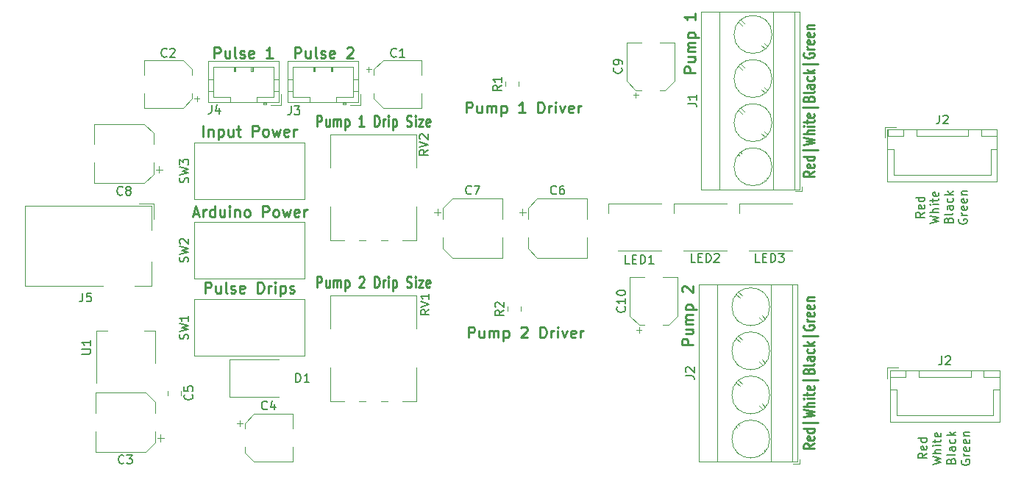
<source format=gto>
%MOIN*%
%OFA0B0*%
%FSLAX46Y46*%
%IPPOS*%
%LPD*%
%ADD10C,0.005905511811023622*%
%ADD11C,0.0047244094488188976*%
%ADD22C,0.00984251968503937*%
%ADD23C,0.0047244094488188976*%
%ADD24C,0.005905511811023622*%
%ADD25C,0.005905511811023622*%
%ADD26C,0.0047244094488188976*%
G01*
D10*
X0004102542Y0000134983D02*
X0004083794Y0000121859D01*
X0004102542Y0000112485D02*
X0004063172Y0000112485D01*
X0004063172Y0000127484D01*
X0004065047Y0000131233D01*
X0004066922Y0000133108D01*
X0004070671Y0000134983D01*
X0004076295Y0000134983D01*
X0004080045Y0000133108D01*
X0004081920Y0000131233D01*
X0004083794Y0000127484D01*
X0004083794Y0000112485D01*
X0004100667Y0000166854D02*
X0004102542Y0000163104D01*
X0004102542Y0000155605D01*
X0004100667Y0000151855D01*
X0004096918Y0000149981D01*
X0004081920Y0000149981D01*
X0004078170Y0000151855D01*
X0004076295Y0000155605D01*
X0004076295Y0000163104D01*
X0004078170Y0000166854D01*
X0004081920Y0000168728D01*
X0004085669Y0000168728D01*
X0004089419Y0000149981D01*
X0004102542Y0000202474D02*
X0004063172Y0000202474D01*
X0004100667Y0000202474D02*
X0004102542Y0000198725D01*
X0004102542Y0000191226D01*
X0004100667Y0000187476D01*
X0004098792Y0000185601D01*
X0004095043Y0000183727D01*
X0004083794Y0000183727D01*
X0004080045Y0000185601D01*
X0004078170Y0000187476D01*
X0004076295Y0000191226D01*
X0004076295Y0000198725D01*
X0004078170Y0000202474D01*
X0004128133Y0000085301D02*
X0004167503Y0000094675D01*
X0004139381Y0000102174D01*
X0004167503Y0000109673D01*
X0004128133Y0000119047D01*
X0004167503Y0000134045D02*
X0004128133Y0000134045D01*
X0004167503Y0000150918D02*
X0004146880Y0000150918D01*
X0004143131Y0000149043D01*
X0004141256Y0000145294D01*
X0004141256Y0000139670D01*
X0004143131Y0000135920D01*
X0004145005Y0000134045D01*
X0004167503Y0000169666D02*
X0004141256Y0000169666D01*
X0004128133Y0000169666D02*
X0004130007Y0000167791D01*
X0004131882Y0000169666D01*
X0004130007Y0000171540D01*
X0004128133Y0000169666D01*
X0004131882Y0000169666D01*
X0004141256Y0000182789D02*
X0004141256Y0000197787D01*
X0004128133Y0000188413D02*
X0004161878Y0000188413D01*
X0004165628Y0000190288D01*
X0004167503Y0000194038D01*
X0004167503Y0000197787D01*
X0004165628Y0000225909D02*
X0004167503Y0000222159D01*
X0004167503Y0000214660D01*
X0004165628Y0000210911D01*
X0004161878Y0000209036D01*
X0004146880Y0000209036D01*
X0004143131Y0000210911D01*
X0004141256Y0000214660D01*
X0004141256Y0000222159D01*
X0004143131Y0000225909D01*
X0004146880Y0000227783D01*
X0004150630Y0000227783D01*
X0004154379Y0000209036D01*
X0004211841Y0000099362D02*
X0004213716Y0000104986D01*
X0004215590Y0000106861D01*
X0004219340Y0000108736D01*
X0004224964Y0000108736D01*
X0004228714Y0000106861D01*
X0004230589Y0000104986D01*
X0004232463Y0000101237D01*
X0004232463Y0000086239D01*
X0004193093Y0000086239D01*
X0004193093Y0000099362D01*
X0004194968Y0000103112D01*
X0004196843Y0000104986D01*
X0004200592Y0000106861D01*
X0004204342Y0000106861D01*
X0004208091Y0000104986D01*
X0004209966Y0000103112D01*
X0004211841Y0000099362D01*
X0004211841Y0000086239D01*
X0004232463Y0000131233D02*
X0004230589Y0000127484D01*
X0004226839Y0000125609D01*
X0004193093Y0000125609D01*
X0004232463Y0000163104D02*
X0004211841Y0000163104D01*
X0004208091Y0000161229D01*
X0004206217Y0000157480D01*
X0004206217Y0000149981D01*
X0004208091Y0000146231D01*
X0004230589Y0000163104D02*
X0004232463Y0000159355D01*
X0004232463Y0000149981D01*
X0004230589Y0000146231D01*
X0004226839Y0000144356D01*
X0004223089Y0000144356D01*
X0004219340Y0000146231D01*
X0004217465Y0000149981D01*
X0004217465Y0000159355D01*
X0004215590Y0000163104D01*
X0004230589Y0000198725D02*
X0004232463Y0000194975D01*
X0004232463Y0000187476D01*
X0004230589Y0000183727D01*
X0004228714Y0000181852D01*
X0004224964Y0000179977D01*
X0004213716Y0000179977D01*
X0004209966Y0000181852D01*
X0004208091Y0000183727D01*
X0004206217Y0000187476D01*
X0004206217Y0000194975D01*
X0004208091Y0000198725D01*
X0004232463Y0000215598D02*
X0004193093Y0000215598D01*
X0004217465Y0000219347D02*
X0004232463Y0000230596D01*
X0004206217Y0000230596D02*
X0004221215Y0000215598D01*
X0004259929Y0000104049D02*
X0004258054Y0000100299D01*
X0004258054Y0000094675D01*
X0004259929Y0000089051D01*
X0004263678Y0000085301D01*
X0004267428Y0000083427D01*
X0004274927Y0000081552D01*
X0004280551Y0000081552D01*
X0004288050Y0000083427D01*
X0004291800Y0000085301D01*
X0004295549Y0000089051D01*
X0004297424Y0000094675D01*
X0004297424Y0000098425D01*
X0004295549Y0000104049D01*
X0004293674Y0000105924D01*
X0004280551Y0000105924D01*
X0004280551Y0000098425D01*
X0004297424Y0000122797D02*
X0004271177Y0000122797D01*
X0004278676Y0000122797D02*
X0004274927Y0000124671D01*
X0004273052Y0000126546D01*
X0004271177Y0000130296D01*
X0004271177Y0000134045D01*
X0004295549Y0000162167D02*
X0004297424Y0000158417D01*
X0004297424Y0000150918D01*
X0004295549Y0000147169D01*
X0004291800Y0000145294D01*
X0004276802Y0000145294D01*
X0004273052Y0000147169D01*
X0004271177Y0000150918D01*
X0004271177Y0000158417D01*
X0004273052Y0000162167D01*
X0004276802Y0000164041D01*
X0004280551Y0000164041D01*
X0004284301Y0000145294D01*
X0004295549Y0000195912D02*
X0004297424Y0000192163D01*
X0004297424Y0000184664D01*
X0004295549Y0000180914D01*
X0004291800Y0000179040D01*
X0004276802Y0000179040D01*
X0004273052Y0000180914D01*
X0004271177Y0000184664D01*
X0004271177Y0000192163D01*
X0004273052Y0000195912D01*
X0004276802Y0000197787D01*
X0004280551Y0000197787D01*
X0004284301Y0000179040D01*
X0004271177Y0000214660D02*
X0004297424Y0000214660D01*
X0004274927Y0000214660D02*
X0004273052Y0000216535D01*
X0004271177Y0000220284D01*
X0004271177Y0000225909D01*
X0004273052Y0000229658D01*
X0004276802Y0000231533D01*
X0004297424Y0000231533D01*
D11*
X0003935385Y0000511141D02*
X0003935385Y0000276102D01*
X0003935385Y0000276102D02*
X0004432236Y0000276102D01*
X0004432236Y0000276102D02*
X0004432236Y0000511141D01*
X0004432236Y0000511141D02*
X0003935385Y0000511141D01*
X0004065700Y0000510747D02*
X0004065700Y0000481220D01*
X0004065700Y0000481220D02*
X0004301921Y0000481220D01*
X0004301921Y0000481220D02*
X0004301921Y0000510747D01*
X0004301921Y0000510747D02*
X0004065700Y0000510747D01*
X0003935779Y0000510747D02*
X0003935779Y0000481220D01*
X0003935779Y0000481220D02*
X0004006645Y0000481220D01*
X0004006645Y0000481220D02*
X0004006645Y0000510747D01*
X0004006645Y0000510747D02*
X0003935779Y0000510747D01*
X0004360976Y0000510747D02*
X0004360976Y0000481220D01*
X0004360976Y0000481220D02*
X0004431842Y0000481220D01*
X0004431842Y0000481220D02*
X0004431842Y0000510747D01*
X0004431842Y0000510747D02*
X0004360976Y0000510747D01*
X0003935779Y0000422165D02*
X0003965307Y0000422165D01*
X0003965307Y0000422165D02*
X0003965307Y0000306023D01*
X0003965307Y0000306023D02*
X0004183811Y0000306023D01*
X0004431842Y0000422165D02*
X0004402314Y0000422165D01*
X0004402314Y0000422165D02*
X0004402314Y0000306023D01*
X0004402314Y0000306023D02*
X0004183811Y0000306023D01*
X0003973181Y0000522559D02*
X0003923968Y0000522559D01*
X0003923968Y0000522559D02*
X0003923968Y0000473346D01*
D10*
X0004170687Y0000575614D02*
X0004170687Y0000547493D01*
X0004168812Y0000541869D01*
X0004165063Y0000538119D01*
X0004159439Y0000536244D01*
X0004155689Y0000536244D01*
X0004187560Y0000571865D02*
X0004189435Y0000573740D01*
X0004193184Y0000575614D01*
X0004202558Y0000575614D01*
X0004206308Y0000573740D01*
X0004208182Y0000571865D01*
X0004210057Y0000568115D01*
X0004210057Y0000564366D01*
X0004208182Y0000558742D01*
X0004185685Y0000536244D01*
X0004210057Y0000536244D01*
G04 next file*
G04 #@! TF.GenerationSoftware,KiCad,Pcbnew,5.1.9-73d0e3b20d~88~ubuntu18.04.1*
G04 #@! TF.CreationDate,2021-02-15T13:27:50-05:00*
G04 #@! TF.ProjectId,driver,64726976-6572-42e6-9b69-6361645f7063,v1.0.0*
G04 #@! TF.SameCoordinates,Original*
G04 #@! TF.FileFunction,Legend,Top*
G04 #@! TF.FilePolarity,Positive*
G04 Gerber Fmt 4.6, Leading zero omitted, Abs format (unit mm)*
G04 Created by KiCad (PCBNEW 5.1.9-73d0e3b20d~88~ubuntu18.04.1) date 2021-02-15 13:27:50*
G01*
G04 APERTURE LIST*
G04 APERTURE END LIST*
D22*
X0003592262Y0000178749D02*
X0003568828Y0000165626D01*
X0003592262Y0000156252D02*
X0003543050Y0000156252D01*
X0003543050Y0000171250D01*
X0003545393Y0000175000D01*
X0003547737Y0000176875D01*
X0003552424Y0000178749D01*
X0003559454Y0000178749D01*
X0003564141Y0000176875D01*
X0003566484Y0000175000D01*
X0003568828Y0000171250D01*
X0003568828Y0000156252D01*
X0003589919Y0000210620D02*
X0003592262Y0000206871D01*
X0003592262Y0000199372D01*
X0003589919Y0000195622D01*
X0003585232Y0000193748D01*
X0003566484Y0000193748D01*
X0003561797Y0000195622D01*
X0003559454Y0000199372D01*
X0003559454Y0000206871D01*
X0003561797Y0000210620D01*
X0003566484Y0000212495D01*
X0003571171Y0000212495D01*
X0003575858Y0000193748D01*
X0003592262Y0000246241D02*
X0003543050Y0000246241D01*
X0003589919Y0000246241D02*
X0003592262Y0000242492D01*
X0003592262Y0000234992D01*
X0003589919Y0000231243D01*
X0003587575Y0000229368D01*
X0003582888Y0000227493D01*
X0003568828Y0000227493D01*
X0003564141Y0000229368D01*
X0003561797Y0000231243D01*
X0003559454Y0000234992D01*
X0003559454Y0000242492D01*
X0003561797Y0000246241D01*
X0003608667Y0000274363D02*
X0003538363Y0000274363D01*
X0003543050Y0000298734D02*
X0003592262Y0000308108D01*
X0003557110Y0000315607D01*
X0003592262Y0000323106D01*
X0003543050Y0000332480D01*
X0003592262Y0000347478D02*
X0003543050Y0000347478D01*
X0003592262Y0000364351D02*
X0003566484Y0000364351D01*
X0003561797Y0000362477D01*
X0003559454Y0000358727D01*
X0003559454Y0000353103D01*
X0003561797Y0000349353D01*
X0003564141Y0000347478D01*
X0003592262Y0000383099D02*
X0003559454Y0000383099D01*
X0003543050Y0000383099D02*
X0003545393Y0000381224D01*
X0003547737Y0000383099D01*
X0003545393Y0000384974D01*
X0003543050Y0000383099D01*
X0003547737Y0000383099D01*
X0003559454Y0000396222D02*
X0003559454Y0000411220D01*
X0003543050Y0000401847D02*
X0003585232Y0000401847D01*
X0003589919Y0000403721D01*
X0003592262Y0000407471D01*
X0003592262Y0000411220D01*
X0003589919Y0000439342D02*
X0003592262Y0000435592D01*
X0003592262Y0000428093D01*
X0003589919Y0000424344D01*
X0003585232Y0000422469D01*
X0003566484Y0000422469D01*
X0003561797Y0000424344D01*
X0003559454Y0000428093D01*
X0003559454Y0000435592D01*
X0003561797Y0000439342D01*
X0003566484Y0000441217D01*
X0003571171Y0000441217D01*
X0003575858Y0000422469D01*
X0003608667Y0000467463D02*
X0003538363Y0000467463D01*
X0003566484Y0000508708D02*
X0003568828Y0000514333D01*
X0003571171Y0000516207D01*
X0003575858Y0000518082D01*
X0003582888Y0000518082D01*
X0003587575Y0000516207D01*
X0003589919Y0000514333D01*
X0003592262Y0000510583D01*
X0003592262Y0000495585D01*
X0003543050Y0000495585D01*
X0003543050Y0000508708D01*
X0003545393Y0000512458D01*
X0003547737Y0000514333D01*
X0003552424Y0000516207D01*
X0003557110Y0000516207D01*
X0003561797Y0000514333D01*
X0003564141Y0000512458D01*
X0003566484Y0000508708D01*
X0003566484Y0000495585D01*
X0003592262Y0000540579D02*
X0003589919Y0000536830D01*
X0003585232Y0000534955D01*
X0003543050Y0000534955D01*
X0003592262Y0000572450D02*
X0003566484Y0000572450D01*
X0003561797Y0000570575D01*
X0003559454Y0000566826D01*
X0003559454Y0000559327D01*
X0003561797Y0000555577D01*
X0003589919Y0000572450D02*
X0003592262Y0000568701D01*
X0003592262Y0000559327D01*
X0003589919Y0000555577D01*
X0003585232Y0000553703D01*
X0003580545Y0000553703D01*
X0003575858Y0000555577D01*
X0003573515Y0000559327D01*
X0003573515Y0000568701D01*
X0003571171Y0000572450D01*
X0003589919Y0000608071D02*
X0003592262Y0000604321D01*
X0003592262Y0000596822D01*
X0003589919Y0000593073D01*
X0003587575Y0000591198D01*
X0003582888Y0000589323D01*
X0003568828Y0000589323D01*
X0003564141Y0000591198D01*
X0003561797Y0000593073D01*
X0003559454Y0000596822D01*
X0003559454Y0000604321D01*
X0003561797Y0000608071D01*
X0003592262Y0000624944D02*
X0003543050Y0000624944D01*
X0003573515Y0000628693D02*
X0003592262Y0000639942D01*
X0003559454Y0000639942D02*
X0003578202Y0000624944D01*
X0003608667Y0000666189D02*
X0003538363Y0000666189D01*
X0003545393Y0000714932D02*
X0003543050Y0000711183D01*
X0003543050Y0000705559D01*
X0003545393Y0000699934D01*
X0003550080Y0000696185D01*
X0003554767Y0000694310D01*
X0003564141Y0000692435D01*
X0003571171Y0000692435D01*
X0003580545Y0000694310D01*
X0003585232Y0000696185D01*
X0003589919Y0000699934D01*
X0003592262Y0000705559D01*
X0003592262Y0000709308D01*
X0003589919Y0000714932D01*
X0003587575Y0000716807D01*
X0003571171Y0000716807D01*
X0003571171Y0000709308D01*
X0003592262Y0000733680D02*
X0003559454Y0000733680D01*
X0003568828Y0000733680D02*
X0003564141Y0000735555D01*
X0003561797Y0000737430D01*
X0003559454Y0000741179D01*
X0003559454Y0000744929D01*
X0003589919Y0000773050D02*
X0003592262Y0000769301D01*
X0003592262Y0000761802D01*
X0003589919Y0000758052D01*
X0003585232Y0000756177D01*
X0003566484Y0000756177D01*
X0003561797Y0000758052D01*
X0003559454Y0000761802D01*
X0003559454Y0000769301D01*
X0003561797Y0000773050D01*
X0003566484Y0000774925D01*
X0003571171Y0000774925D01*
X0003575858Y0000756177D01*
X0003589919Y0000806796D02*
X0003592262Y0000803046D01*
X0003592262Y0000795547D01*
X0003589919Y0000791798D01*
X0003585232Y0000789923D01*
X0003566484Y0000789923D01*
X0003561797Y0000791798D01*
X0003559454Y0000795547D01*
X0003559454Y0000803046D01*
X0003561797Y0000806796D01*
X0003566484Y0000808671D01*
X0003571171Y0000808671D01*
X0003575858Y0000789923D01*
X0003559454Y0000825544D02*
X0003592262Y0000825544D01*
X0003564141Y0000825544D02*
X0003561797Y0000827418D01*
X0003559454Y0000831168D01*
X0003559454Y0000836792D01*
X0003561797Y0000840542D01*
X0003566484Y0000842417D01*
X0003592262Y0000842417D01*
X0003592262Y0001413734D02*
X0003568828Y0001400610D01*
X0003592262Y0001391237D02*
X0003543050Y0001391237D01*
X0003543050Y0001406235D01*
X0003545393Y0001409984D01*
X0003547737Y0001411859D01*
X0003552424Y0001413734D01*
X0003559454Y0001413734D01*
X0003564141Y0001411859D01*
X0003566484Y0001409984D01*
X0003568828Y0001406235D01*
X0003568828Y0001391237D01*
X0003589919Y0001445605D02*
X0003592262Y0001441855D01*
X0003592262Y0001434356D01*
X0003589919Y0001430607D01*
X0003585232Y0001428732D01*
X0003566484Y0001428732D01*
X0003561797Y0001430607D01*
X0003559454Y0001434356D01*
X0003559454Y0001441855D01*
X0003561797Y0001445605D01*
X0003566484Y0001447479D01*
X0003571171Y0001447479D01*
X0003575858Y0001428732D01*
X0003592262Y0001481225D02*
X0003543050Y0001481225D01*
X0003589919Y0001481225D02*
X0003592262Y0001477476D01*
X0003592262Y0001469977D01*
X0003589919Y0001466227D01*
X0003587575Y0001464352D01*
X0003582888Y0001462478D01*
X0003568828Y0001462478D01*
X0003564141Y0001464352D01*
X0003561797Y0001466227D01*
X0003559454Y0001469977D01*
X0003559454Y0001477476D01*
X0003561797Y0001481225D01*
X0003608667Y0001509347D02*
X0003538363Y0001509347D01*
X0003543050Y0001533719D02*
X0003592262Y0001543093D01*
X0003557110Y0001550592D01*
X0003592262Y0001558091D01*
X0003543050Y0001567465D01*
X0003592262Y0001582463D02*
X0003543050Y0001582463D01*
X0003592262Y0001599336D02*
X0003566484Y0001599336D01*
X0003561797Y0001597461D01*
X0003559454Y0001593711D01*
X0003559454Y0001588087D01*
X0003561797Y0001584337D01*
X0003564141Y0001582463D01*
X0003592262Y0001618083D02*
X0003559454Y0001618083D01*
X0003543050Y0001618083D02*
X0003545393Y0001616208D01*
X0003547737Y0001618083D01*
X0003545393Y0001619958D01*
X0003543050Y0001618083D01*
X0003547737Y0001618083D01*
X0003559454Y0001631207D02*
X0003559454Y0001646205D01*
X0003543050Y0001636831D02*
X0003585232Y0001636831D01*
X0003589919Y0001638706D01*
X0003592262Y0001642455D01*
X0003592262Y0001646205D01*
X0003589919Y0001674326D02*
X0003592262Y0001670577D01*
X0003592262Y0001663078D01*
X0003589919Y0001659328D01*
X0003585232Y0001657453D01*
X0003566484Y0001657453D01*
X0003561797Y0001659328D01*
X0003559454Y0001663078D01*
X0003559454Y0001670577D01*
X0003561797Y0001674326D01*
X0003566484Y0001676201D01*
X0003571171Y0001676201D01*
X0003575858Y0001657453D01*
X0003608667Y0001702448D02*
X0003538363Y0001702448D01*
X0003566484Y0001743692D02*
X0003568828Y0001749317D01*
X0003571171Y0001751192D01*
X0003575858Y0001753066D01*
X0003582888Y0001753066D01*
X0003587575Y0001751192D01*
X0003589919Y0001749317D01*
X0003592262Y0001745567D01*
X0003592262Y0001730569D01*
X0003543050Y0001730569D01*
X0003543050Y0001743692D01*
X0003545393Y0001747442D01*
X0003547737Y0001749317D01*
X0003552424Y0001751192D01*
X0003557110Y0001751192D01*
X0003561797Y0001749317D01*
X0003564141Y0001747442D01*
X0003566484Y0001743692D01*
X0003566484Y0001730569D01*
X0003592262Y0001775564D02*
X0003589919Y0001771814D01*
X0003585232Y0001769939D01*
X0003543050Y0001769939D01*
X0003592262Y0001807435D02*
X0003566484Y0001807435D01*
X0003561797Y0001805560D01*
X0003559454Y0001801810D01*
X0003559454Y0001794311D01*
X0003561797Y0001790562D01*
X0003589919Y0001807435D02*
X0003592262Y0001803685D01*
X0003592262Y0001794311D01*
X0003589919Y0001790562D01*
X0003585232Y0001788687D01*
X0003580545Y0001788687D01*
X0003575858Y0001790562D01*
X0003573515Y0001794311D01*
X0003573515Y0001803685D01*
X0003571171Y0001807435D01*
X0003589919Y0001843055D02*
X0003592262Y0001839306D01*
X0003592262Y0001831806D01*
X0003589919Y0001828057D01*
X0003587575Y0001826182D01*
X0003582888Y0001824307D01*
X0003568828Y0001824307D01*
X0003564141Y0001826182D01*
X0003561797Y0001828057D01*
X0003559454Y0001831806D01*
X0003559454Y0001839306D01*
X0003561797Y0001843055D01*
X0003592262Y0001859928D02*
X0003543050Y0001859928D01*
X0003573515Y0001863677D02*
X0003592262Y0001874926D01*
X0003559454Y0001874926D02*
X0003578202Y0001859928D01*
X0003608667Y0001901173D02*
X0003538363Y0001901173D01*
X0003545393Y0001949917D02*
X0003543050Y0001946167D01*
X0003543050Y0001940543D01*
X0003545393Y0001934919D01*
X0003550080Y0001931169D01*
X0003554767Y0001929294D01*
X0003564141Y0001927420D01*
X0003571171Y0001927420D01*
X0003580545Y0001929294D01*
X0003585232Y0001931169D01*
X0003589919Y0001934919D01*
X0003592262Y0001940543D01*
X0003592262Y0001944292D01*
X0003589919Y0001949917D01*
X0003587575Y0001951791D01*
X0003571171Y0001951791D01*
X0003571171Y0001944292D01*
X0003592262Y0001968664D02*
X0003559454Y0001968664D01*
X0003568828Y0001968664D02*
X0003564141Y0001970539D01*
X0003561797Y0001972414D01*
X0003559454Y0001976163D01*
X0003559454Y0001979913D01*
X0003589919Y0002008034D02*
X0003592262Y0002004285D01*
X0003592262Y0001996786D01*
X0003589919Y0001993036D01*
X0003585232Y0001991162D01*
X0003566484Y0001991162D01*
X0003561797Y0001993036D01*
X0003559454Y0001996786D01*
X0003559454Y0002004285D01*
X0003561797Y0002008034D01*
X0003566484Y0002009909D01*
X0003571171Y0002009909D01*
X0003575858Y0001991162D01*
X0003589919Y0002041780D02*
X0003592262Y0002038031D01*
X0003592262Y0002030532D01*
X0003589919Y0002026782D01*
X0003585232Y0002024907D01*
X0003566484Y0002024907D01*
X0003561797Y0002026782D01*
X0003559454Y0002030532D01*
X0003559454Y0002038031D01*
X0003561797Y0002041780D01*
X0003566484Y0002043655D01*
X0003571171Y0002043655D01*
X0003575858Y0002024907D01*
X0003559454Y0002060528D02*
X0003592262Y0002060528D01*
X0003564141Y0002060528D02*
X0003561797Y0002062403D01*
X0003559454Y0002066152D01*
X0003559454Y0002071776D01*
X0003561797Y0002075526D01*
X0003566484Y0002077401D01*
X0003592262Y0002077401D01*
X0001338669Y0000887056D02*
X0001338669Y0000936268D01*
X0001353667Y0000936268D01*
X0001357416Y0000933925D01*
X0001359291Y0000931582D01*
X0001361166Y0000926895D01*
X0001361166Y0000919864D01*
X0001359291Y0000915177D01*
X0001357416Y0000912834D01*
X0001353667Y0000910490D01*
X0001338669Y0000910490D01*
X0001394912Y0000919864D02*
X0001394912Y0000887056D01*
X0001378039Y0000919864D02*
X0001378039Y0000894086D01*
X0001379914Y0000889399D01*
X0001383663Y0000887056D01*
X0001389287Y0000887056D01*
X0001393037Y0000889399D01*
X0001394912Y0000891743D01*
X0001413659Y0000887056D02*
X0001413659Y0000919864D01*
X0001413659Y0000915177D02*
X0001415534Y0000917521D01*
X0001419284Y0000919864D01*
X0001424908Y0000919864D01*
X0001428658Y0000917521D01*
X0001430532Y0000912834D01*
X0001430532Y0000887056D01*
X0001430532Y0000912834D02*
X0001432407Y0000917521D01*
X0001436157Y0000919864D01*
X0001441781Y0000919864D01*
X0001445530Y0000917521D01*
X0001447405Y0000912834D01*
X0001447405Y0000887056D01*
X0001466153Y0000919864D02*
X0001466153Y0000870652D01*
X0001466153Y0000917521D02*
X0001469902Y0000919864D01*
X0001477401Y0000919864D01*
X0001481151Y0000917521D01*
X0001483026Y0000915177D01*
X0001484900Y0000910490D01*
X0001484900Y0000896430D01*
X0001483026Y0000891743D01*
X0001481151Y0000889399D01*
X0001477401Y0000887056D01*
X0001469902Y0000887056D01*
X0001466153Y0000889399D01*
X0001529895Y0000931582D02*
X0001531770Y0000933925D01*
X0001535519Y0000936268D01*
X0001544893Y0000936268D01*
X0001548643Y0000933925D01*
X0001550517Y0000931582D01*
X0001552392Y0000926895D01*
X0001552392Y0000922208D01*
X0001550517Y0000915177D01*
X0001528020Y0000887056D01*
X0001552392Y0000887056D01*
X0001599261Y0000887056D02*
X0001599261Y0000936268D01*
X0001608635Y0000936268D01*
X0001614259Y0000933925D01*
X0001618009Y0000929238D01*
X0001619884Y0000924551D01*
X0001621758Y0000915177D01*
X0001621758Y0000908147D01*
X0001619884Y0000898773D01*
X0001618009Y0000894086D01*
X0001614259Y0000889399D01*
X0001608635Y0000887056D01*
X0001599261Y0000887056D01*
X0001638631Y0000887056D02*
X0001638631Y0000919864D01*
X0001638631Y0000910490D02*
X0001640506Y0000915177D01*
X0001642381Y0000917521D01*
X0001646130Y0000919864D01*
X0001649880Y0000919864D01*
X0001663003Y0000887056D02*
X0001663003Y0000919864D01*
X0001663003Y0000936268D02*
X0001661128Y0000933925D01*
X0001663003Y0000931582D01*
X0001664878Y0000933925D01*
X0001663003Y0000936268D01*
X0001663003Y0000931582D01*
X0001681751Y0000919864D02*
X0001681751Y0000870652D01*
X0001681751Y0000917521D02*
X0001685500Y0000919864D01*
X0001693000Y0000919864D01*
X0001696749Y0000917521D01*
X0001698624Y0000915177D01*
X0001700499Y0000910490D01*
X0001700499Y0000896430D01*
X0001698624Y0000891743D01*
X0001696749Y0000889399D01*
X0001693000Y0000887056D01*
X0001685500Y0000887056D01*
X0001681751Y0000889399D01*
X0001745493Y0000889399D02*
X0001751117Y0000887056D01*
X0001760491Y0000887056D01*
X0001764241Y0000889399D01*
X0001766115Y0000891743D01*
X0001767990Y0000896430D01*
X0001767990Y0000901117D01*
X0001766115Y0000905803D01*
X0001764241Y0000908147D01*
X0001760491Y0000910490D01*
X0001752992Y0000912834D01*
X0001749242Y0000915177D01*
X0001747368Y0000917521D01*
X0001745493Y0000922208D01*
X0001745493Y0000926895D01*
X0001747368Y0000931582D01*
X0001749242Y0000933925D01*
X0001752992Y0000936268D01*
X0001762366Y0000936268D01*
X0001767990Y0000933925D01*
X0001784863Y0000887056D02*
X0001784863Y0000919864D01*
X0001784863Y0000936268D02*
X0001782988Y0000933925D01*
X0001784863Y0000931582D01*
X0001786738Y0000933925D01*
X0001784863Y0000936268D01*
X0001784863Y0000931582D01*
X0001799861Y0000919864D02*
X0001820484Y0000919864D01*
X0001799861Y0000887056D01*
X0001820484Y0000887056D01*
X0001850480Y0000889399D02*
X0001846730Y0000887056D01*
X0001839231Y0000887056D01*
X0001835482Y0000889399D01*
X0001833607Y0000894086D01*
X0001833607Y0000912834D01*
X0001835482Y0000917521D01*
X0001839231Y0000919864D01*
X0001846730Y0000919864D01*
X0001850480Y0000917521D01*
X0001852355Y0000912834D01*
X0001852355Y0000908147D01*
X0001833607Y0000903460D01*
X0002025219Y0000658902D02*
X0002025219Y0000708115D01*
X0002043967Y0000708115D01*
X0002048654Y0000705771D01*
X0002050997Y0000703428D01*
X0002053341Y0000698741D01*
X0002053341Y0000691711D01*
X0002050997Y0000687024D01*
X0002048654Y0000684680D01*
X0002043967Y0000682337D01*
X0002025219Y0000682337D01*
X0002095523Y0000691711D02*
X0002095523Y0000658902D01*
X0002074432Y0000691711D02*
X0002074432Y0000665933D01*
X0002076775Y0000661246D01*
X0002081462Y0000658902D01*
X0002088493Y0000658902D01*
X0002093179Y0000661246D01*
X0002095523Y0000663589D01*
X0002118957Y0000658902D02*
X0002118957Y0000691711D01*
X0002118957Y0000687024D02*
X0002121301Y0000689367D01*
X0002125988Y0000691711D01*
X0002133018Y0000691711D01*
X0002137705Y0000689367D01*
X0002140049Y0000684680D01*
X0002140049Y0000658902D01*
X0002140049Y0000684680D02*
X0002142392Y0000689367D01*
X0002147079Y0000691711D01*
X0002154109Y0000691711D01*
X0002158796Y0000689367D01*
X0002161140Y0000684680D01*
X0002161140Y0000658902D01*
X0002184574Y0000691711D02*
X0002184574Y0000642498D01*
X0002184574Y0000689367D02*
X0002189261Y0000691711D01*
X0002198635Y0000691711D01*
X0002203322Y0000689367D01*
X0002205665Y0000687024D01*
X0002208009Y0000682337D01*
X0002208009Y0000668276D01*
X0002205665Y0000663589D01*
X0002203322Y0000661246D01*
X0002198635Y0000658902D01*
X0002189261Y0000658902D01*
X0002184574Y0000661246D01*
X0002264252Y0000703428D02*
X0002266595Y0000705771D01*
X0002271282Y0000708115D01*
X0002282999Y0000708115D01*
X0002287686Y0000705771D01*
X0002290030Y0000703428D01*
X0002292373Y0000698741D01*
X0002292373Y0000694054D01*
X0002290030Y0000687024D01*
X0002261908Y0000658902D01*
X0002292373Y0000658902D01*
X0002350960Y0000658902D02*
X0002350960Y0000708115D01*
X0002362677Y0000708115D01*
X0002369707Y0000705771D01*
X0002374394Y0000701085D01*
X0002376738Y0000696398D01*
X0002379081Y0000687024D01*
X0002379081Y0000679993D01*
X0002376738Y0000670620D01*
X0002374394Y0000665933D01*
X0002369707Y0000661246D01*
X0002362677Y0000658902D01*
X0002350960Y0000658902D01*
X0002400172Y0000658902D02*
X0002400172Y0000691711D01*
X0002400172Y0000682337D02*
X0002402516Y0000687024D01*
X0002404859Y0000689367D01*
X0002409546Y0000691711D01*
X0002414233Y0000691711D01*
X0002430637Y0000658902D02*
X0002430637Y0000691711D01*
X0002430637Y0000708115D02*
X0002428294Y0000705771D01*
X0002430637Y0000703428D01*
X0002432981Y0000705771D01*
X0002430637Y0000708115D01*
X0002430637Y0000703428D01*
X0002449385Y0000691711D02*
X0002461102Y0000658902D01*
X0002472819Y0000691711D01*
X0002510315Y0000661246D02*
X0002505628Y0000658902D01*
X0002496254Y0000658902D01*
X0002491567Y0000661246D01*
X0002489224Y0000665933D01*
X0002489224Y0000684680D01*
X0002491567Y0000689367D01*
X0002496254Y0000691711D01*
X0002505628Y0000691711D01*
X0002510315Y0000689367D01*
X0002512658Y0000684680D01*
X0002512658Y0000679993D01*
X0002489224Y0000675306D01*
X0002533749Y0000658902D02*
X0002533749Y0000691711D01*
X0002533749Y0000682337D02*
X0002536093Y0000687024D01*
X0002538436Y0000689367D01*
X0002543123Y0000691711D01*
X0002547810Y0000691711D01*
X0002015219Y0001678902D02*
X0002015219Y0001728115D01*
X0002033967Y0001728115D01*
X0002038654Y0001725771D01*
X0002040997Y0001723428D01*
X0002043341Y0001718741D01*
X0002043341Y0001711711D01*
X0002040997Y0001707024D01*
X0002038654Y0001704680D01*
X0002033967Y0001702337D01*
X0002015219Y0001702337D01*
X0002085523Y0001711711D02*
X0002085523Y0001678902D01*
X0002064432Y0001711711D02*
X0002064432Y0001685933D01*
X0002066775Y0001681246D01*
X0002071462Y0001678902D01*
X0002078493Y0001678902D01*
X0002083179Y0001681246D01*
X0002085523Y0001683589D01*
X0002108957Y0001678902D02*
X0002108957Y0001711711D01*
X0002108957Y0001707024D02*
X0002111301Y0001709367D01*
X0002115988Y0001711711D01*
X0002123018Y0001711711D01*
X0002127705Y0001709367D01*
X0002130049Y0001704680D01*
X0002130049Y0001678902D01*
X0002130049Y0001704680D02*
X0002132392Y0001709367D01*
X0002137079Y0001711711D01*
X0002144109Y0001711711D01*
X0002148796Y0001709367D01*
X0002151140Y0001704680D01*
X0002151140Y0001678902D01*
X0002174574Y0001711711D02*
X0002174574Y0001662498D01*
X0002174574Y0001709367D02*
X0002179261Y0001711711D01*
X0002188635Y0001711711D01*
X0002193322Y0001709367D01*
X0002195665Y0001707024D01*
X0002198009Y0001702337D01*
X0002198009Y0001688276D01*
X0002195665Y0001683589D01*
X0002193322Y0001681246D01*
X0002188635Y0001678902D01*
X0002179261Y0001678902D01*
X0002174574Y0001681246D01*
X0002282373Y0001678902D02*
X0002254252Y0001678902D01*
X0002268313Y0001678902D02*
X0002268313Y0001728115D01*
X0002263626Y0001721085D01*
X0002258939Y0001716398D01*
X0002254252Y0001714054D01*
X0002340960Y0001678902D02*
X0002340960Y0001728115D01*
X0002352677Y0001728115D01*
X0002359707Y0001725771D01*
X0002364394Y0001721085D01*
X0002366738Y0001716398D01*
X0002369081Y0001707024D01*
X0002369081Y0001699993D01*
X0002366738Y0001690620D01*
X0002364394Y0001685933D01*
X0002359707Y0001681246D01*
X0002352677Y0001678902D01*
X0002340960Y0001678902D01*
X0002390172Y0001678902D02*
X0002390172Y0001711711D01*
X0002390172Y0001702337D02*
X0002392516Y0001707024D01*
X0002394859Y0001709367D01*
X0002399546Y0001711711D01*
X0002404233Y0001711711D01*
X0002420637Y0001678902D02*
X0002420637Y0001711711D01*
X0002420637Y0001728115D02*
X0002418294Y0001725771D01*
X0002420637Y0001723428D01*
X0002422981Y0001725771D01*
X0002420637Y0001728115D01*
X0002420637Y0001723428D01*
X0002439385Y0001711711D02*
X0002451102Y0001678902D01*
X0002462820Y0001711711D01*
X0002500315Y0001681246D02*
X0002495628Y0001678902D01*
X0002486254Y0001678902D01*
X0002481567Y0001681246D01*
X0002479224Y0001685933D01*
X0002479224Y0001704680D01*
X0002481567Y0001709367D01*
X0002486254Y0001711711D01*
X0002495628Y0001711711D01*
X0002500315Y0001709367D01*
X0002502658Y0001704680D01*
X0002502658Y0001699993D01*
X0002479224Y0001695306D01*
X0002523749Y0001678902D02*
X0002523749Y0001711711D01*
X0002523749Y0001702337D02*
X0002526093Y0001707024D01*
X0002528436Y0001709367D01*
X0002533123Y0001711711D01*
X0002537810Y0001711711D01*
X0003042262Y0000626913D02*
X0002993050Y0000626913D01*
X0002993050Y0000645661D01*
X0002995393Y0000650348D01*
X0002997737Y0000652691D01*
X0003002424Y0000655035D01*
X0003009454Y0000655035D01*
X0003014141Y0000652691D01*
X0003016484Y0000650348D01*
X0003018828Y0000645661D01*
X0003018828Y0000626913D01*
X0003009454Y0000697217D02*
X0003042262Y0000697217D01*
X0003009454Y0000676126D02*
X0003035232Y0000676126D01*
X0003039919Y0000678469D01*
X0003042262Y0000683156D01*
X0003042262Y0000690187D01*
X0003039919Y0000694874D01*
X0003037575Y0000697217D01*
X0003042262Y0000720652D02*
X0003009454Y0000720652D01*
X0003014141Y0000720652D02*
X0003011797Y0000722995D01*
X0003009454Y0000727682D01*
X0003009454Y0000734712D01*
X0003011797Y0000739399D01*
X0003016484Y0000741743D01*
X0003042262Y0000741743D01*
X0003016484Y0000741743D02*
X0003011797Y0000744086D01*
X0003009454Y0000748773D01*
X0003009454Y0000755803D01*
X0003011797Y0000760490D01*
X0003016484Y0000762834D01*
X0003042262Y0000762834D01*
X0003009454Y0000786268D02*
X0003058667Y0000786268D01*
X0003011797Y0000786268D02*
X0003009454Y0000790955D01*
X0003009454Y0000800329D01*
X0003011797Y0000805016D01*
X0003014141Y0000807360D01*
X0003018828Y0000809703D01*
X0003032888Y0000809703D01*
X0003037575Y0000807360D01*
X0003039919Y0000805016D01*
X0003042262Y0000800329D01*
X0003042262Y0000790955D01*
X0003039919Y0000786268D01*
X0002997737Y0000865946D02*
X0002995393Y0000868289D01*
X0002993050Y0000872976D01*
X0002993050Y0000884694D01*
X0002995393Y0000889381D01*
X0002997737Y0000891724D01*
X0003002424Y0000894067D01*
X0003007110Y0000894067D01*
X0003014141Y0000891724D01*
X0003042262Y0000863602D01*
X0003042262Y0000894067D01*
X0003052262Y0001861913D02*
X0003003050Y0001861913D01*
X0003003050Y0001880661D01*
X0003005393Y0001885348D01*
X0003007737Y0001887691D01*
X0003012424Y0001890035D01*
X0003019454Y0001890035D01*
X0003024141Y0001887691D01*
X0003026484Y0001885348D01*
X0003028828Y0001880661D01*
X0003028828Y0001861913D01*
X0003019454Y0001932217D02*
X0003052262Y0001932217D01*
X0003019454Y0001911126D02*
X0003045232Y0001911126D01*
X0003049919Y0001913469D01*
X0003052262Y0001918156D01*
X0003052262Y0001925187D01*
X0003049919Y0001929874D01*
X0003047575Y0001932217D01*
X0003052262Y0001955652D02*
X0003019454Y0001955652D01*
X0003024141Y0001955652D02*
X0003021797Y0001957995D01*
X0003019454Y0001962682D01*
X0003019454Y0001969712D01*
X0003021797Y0001974399D01*
X0003026484Y0001976743D01*
X0003052262Y0001976743D01*
X0003026484Y0001976743D02*
X0003021797Y0001979086D01*
X0003019454Y0001983773D01*
X0003019454Y0001990803D01*
X0003021797Y0001995490D01*
X0003026484Y0001997834D01*
X0003052262Y0001997834D01*
X0003019454Y0002021268D02*
X0003068667Y0002021268D01*
X0003021797Y0002021268D02*
X0003019454Y0002025955D01*
X0003019454Y0002035329D01*
X0003021797Y0002040016D01*
X0003024141Y0002042360D01*
X0003028828Y0002044703D01*
X0003042888Y0002044703D01*
X0003047575Y0002042360D01*
X0003049919Y0002040016D01*
X0003052262Y0002035329D01*
X0003052262Y0002025955D01*
X0003049919Y0002021268D01*
X0003052262Y0002129067D02*
X0003052262Y0002100946D01*
X0003052262Y0002115007D02*
X0003003050Y0002115007D01*
X0003010080Y0002110320D01*
X0003014767Y0002105633D01*
X0003017110Y0002100946D01*
X0001338669Y0001617056D02*
X0001338669Y0001666268D01*
X0001353667Y0001666268D01*
X0001357416Y0001663925D01*
X0001359291Y0001661582D01*
X0001361166Y0001656895D01*
X0001361166Y0001649864D01*
X0001359291Y0001645177D01*
X0001357416Y0001642834D01*
X0001353667Y0001640490D01*
X0001338669Y0001640490D01*
X0001394912Y0001649864D02*
X0001394912Y0001617056D01*
X0001378039Y0001649864D02*
X0001378039Y0001624086D01*
X0001379914Y0001619399D01*
X0001383663Y0001617056D01*
X0001389287Y0001617056D01*
X0001393037Y0001619399D01*
X0001394912Y0001621743D01*
X0001413659Y0001617056D02*
X0001413659Y0001649864D01*
X0001413659Y0001645177D02*
X0001415534Y0001647521D01*
X0001419284Y0001649864D01*
X0001424908Y0001649864D01*
X0001428658Y0001647521D01*
X0001430532Y0001642834D01*
X0001430532Y0001617056D01*
X0001430532Y0001642834D02*
X0001432407Y0001647521D01*
X0001436157Y0001649864D01*
X0001441781Y0001649864D01*
X0001445530Y0001647521D01*
X0001447405Y0001642834D01*
X0001447405Y0001617056D01*
X0001466153Y0001649864D02*
X0001466153Y0001600652D01*
X0001466153Y0001647521D02*
X0001469902Y0001649864D01*
X0001477401Y0001649864D01*
X0001481151Y0001647521D01*
X0001483026Y0001645177D01*
X0001484900Y0001640490D01*
X0001484900Y0001626430D01*
X0001483026Y0001621743D01*
X0001481151Y0001619399D01*
X0001477401Y0001617056D01*
X0001469902Y0001617056D01*
X0001466153Y0001619399D01*
X0001552392Y0001617056D02*
X0001529895Y0001617056D01*
X0001541143Y0001617056D02*
X0001541143Y0001666268D01*
X0001537394Y0001659238D01*
X0001533644Y0001654551D01*
X0001529895Y0001652208D01*
X0001599261Y0001617056D02*
X0001599261Y0001666268D01*
X0001608635Y0001666268D01*
X0001614259Y0001663925D01*
X0001618009Y0001659238D01*
X0001619884Y0001654551D01*
X0001621758Y0001645177D01*
X0001621758Y0001638147D01*
X0001619884Y0001628773D01*
X0001618009Y0001624086D01*
X0001614259Y0001619399D01*
X0001608635Y0001617056D01*
X0001599261Y0001617056D01*
X0001638631Y0001617056D02*
X0001638631Y0001649864D01*
X0001638631Y0001640490D02*
X0001640506Y0001645177D01*
X0001642381Y0001647521D01*
X0001646130Y0001649864D01*
X0001649880Y0001649864D01*
X0001663003Y0001617056D02*
X0001663003Y0001649864D01*
X0001663003Y0001666268D02*
X0001661128Y0001663925D01*
X0001663003Y0001661582D01*
X0001664878Y0001663925D01*
X0001663003Y0001666268D01*
X0001663003Y0001661582D01*
X0001681751Y0001649864D02*
X0001681751Y0001600652D01*
X0001681751Y0001647521D02*
X0001685500Y0001649864D01*
X0001693000Y0001649864D01*
X0001696749Y0001647521D01*
X0001698624Y0001645177D01*
X0001700499Y0001640490D01*
X0001700499Y0001626430D01*
X0001698624Y0001621743D01*
X0001696749Y0001619399D01*
X0001693000Y0001617056D01*
X0001685500Y0001617056D01*
X0001681751Y0001619399D01*
X0001745493Y0001619399D02*
X0001751117Y0001617056D01*
X0001760491Y0001617056D01*
X0001764241Y0001619399D01*
X0001766115Y0001621743D01*
X0001767990Y0001626430D01*
X0001767990Y0001631117D01*
X0001766115Y0001635803D01*
X0001764241Y0001638147D01*
X0001760491Y0001640490D01*
X0001752992Y0001642834D01*
X0001749242Y0001645177D01*
X0001747368Y0001647521D01*
X0001745493Y0001652208D01*
X0001745493Y0001656895D01*
X0001747368Y0001661582D01*
X0001749242Y0001663925D01*
X0001752992Y0001666268D01*
X0001762366Y0001666268D01*
X0001767990Y0001663925D01*
X0001784863Y0001617056D02*
X0001784863Y0001649864D01*
X0001784863Y0001666268D02*
X0001782988Y0001663925D01*
X0001784863Y0001661582D01*
X0001786738Y0001663925D01*
X0001784863Y0001666268D01*
X0001784863Y0001661582D01*
X0001799861Y0001649864D02*
X0001820484Y0001649864D01*
X0001799861Y0001617056D01*
X0001820484Y0001617056D01*
X0001850480Y0001619399D02*
X0001846730Y0001617056D01*
X0001839231Y0001617056D01*
X0001835482Y0001619399D01*
X0001833607Y0001624086D01*
X0001833607Y0001642834D01*
X0001835482Y0001647521D01*
X0001839231Y0001649864D01*
X0001846730Y0001649864D01*
X0001850480Y0001647521D01*
X0001852355Y0001642834D01*
X0001852355Y0001638147D01*
X0001833607Y0001633460D01*
X0000831462Y0000862056D02*
X0000831462Y0000911268D01*
X0000850210Y0000911268D01*
X0000854897Y0000908925D01*
X0000857240Y0000906582D01*
X0000859584Y0000901895D01*
X0000859584Y0000894864D01*
X0000857240Y0000890177D01*
X0000854897Y0000887834D01*
X0000850210Y0000885490D01*
X0000831462Y0000885490D01*
X0000901766Y0000894864D02*
X0000901766Y0000862056D01*
X0000880675Y0000894864D02*
X0000880675Y0000869086D01*
X0000883018Y0000864399D01*
X0000887705Y0000862056D01*
X0000894736Y0000862056D01*
X0000899422Y0000864399D01*
X0000901766Y0000866743D01*
X0000932231Y0000862056D02*
X0000927544Y0000864399D01*
X0000925200Y0000869086D01*
X0000925200Y0000911268D01*
X0000948635Y0000864399D02*
X0000953322Y0000862056D01*
X0000962696Y0000862056D01*
X0000967383Y0000864399D01*
X0000969726Y0000869086D01*
X0000969726Y0000871430D01*
X0000967383Y0000876117D01*
X0000962696Y0000878460D01*
X0000955665Y0000878460D01*
X0000950978Y0000880803D01*
X0000948635Y0000885490D01*
X0000948635Y0000887834D01*
X0000950978Y0000892521D01*
X0000955665Y0000894864D01*
X0000962696Y0000894864D01*
X0000967383Y0000892521D01*
X0001009565Y0000864399D02*
X0001004878Y0000862056D01*
X0000995504Y0000862056D01*
X0000990817Y0000864399D01*
X0000988474Y0000869086D01*
X0000988474Y0000887834D01*
X0000990817Y0000892521D01*
X0000995504Y0000894864D01*
X0001004878Y0000894864D01*
X0001009565Y0000892521D01*
X0001011908Y0000887834D01*
X0001011908Y0000883147D01*
X0000988474Y0000878460D01*
X0001070495Y0000862056D02*
X0001070495Y0000911268D01*
X0001082212Y0000911268D01*
X0001089242Y0000908925D01*
X0001093929Y0000904238D01*
X0001096273Y0000899551D01*
X0001098616Y0000890177D01*
X0001098616Y0000883147D01*
X0001096273Y0000873773D01*
X0001093929Y0000869086D01*
X0001089242Y0000864399D01*
X0001082212Y0000862056D01*
X0001070495Y0000862056D01*
X0001119707Y0000862056D02*
X0001119707Y0000894864D01*
X0001119707Y0000885490D02*
X0001122051Y0000890177D01*
X0001124394Y0000892521D01*
X0001129081Y0000894864D01*
X0001133768Y0000894864D01*
X0001150172Y0000862056D02*
X0001150172Y0000894864D01*
X0001150172Y0000911268D02*
X0001147829Y0000908925D01*
X0001150172Y0000906582D01*
X0001152516Y0000908925D01*
X0001150172Y0000911268D01*
X0001150172Y0000906582D01*
X0001173607Y0000894864D02*
X0001173607Y0000845652D01*
X0001173607Y0000892521D02*
X0001178294Y0000894864D01*
X0001187668Y0000894864D01*
X0001192355Y0000892521D01*
X0001194698Y0000890177D01*
X0001197041Y0000885490D01*
X0001197041Y0000871430D01*
X0001194698Y0000866743D01*
X0001192355Y0000864399D01*
X0001187668Y0000862056D01*
X0001178294Y0000862056D01*
X0001173607Y0000864399D01*
X0001215789Y0000864399D02*
X0001220476Y0000862056D01*
X0001229850Y0000862056D01*
X0001234537Y0000864399D01*
X0001236880Y0000869086D01*
X0001236880Y0000871430D01*
X0001234537Y0000876117D01*
X0001229850Y0000878460D01*
X0001222819Y0000878460D01*
X0001218133Y0000880803D01*
X0001215789Y0000885490D01*
X0001215789Y0000887834D01*
X0001218133Y0000892521D01*
X0001222819Y0000894864D01*
X0001229850Y0000894864D01*
X0001234537Y0000892521D01*
X0000779563Y0001221117D02*
X0000802997Y0001221117D01*
X0000774876Y0001207056D02*
X0000791280Y0001256268D01*
X0000807684Y0001207056D01*
X0000824088Y0001207056D02*
X0000824088Y0001239864D01*
X0000824088Y0001230490D02*
X0000826432Y0001235177D01*
X0000828775Y0001237521D01*
X0000833462Y0001239864D01*
X0000838149Y0001239864D01*
X0000875644Y0001207056D02*
X0000875644Y0001256268D01*
X0000875644Y0001209399D02*
X0000870957Y0001207056D01*
X0000861584Y0001207056D01*
X0000856897Y0001209399D01*
X0000854553Y0001211743D01*
X0000852210Y0001216430D01*
X0000852210Y0001230490D01*
X0000854553Y0001235177D01*
X0000856897Y0001237521D01*
X0000861584Y0001239864D01*
X0000870957Y0001239864D01*
X0000875644Y0001237521D01*
X0000920170Y0001239864D02*
X0000920170Y0001207056D01*
X0000899079Y0001239864D02*
X0000899079Y0001214086D01*
X0000901422Y0001209399D01*
X0000906109Y0001207056D01*
X0000913140Y0001207056D01*
X0000917827Y0001209399D01*
X0000920170Y0001211743D01*
X0000943605Y0001207056D02*
X0000943605Y0001239864D01*
X0000943605Y0001256268D02*
X0000941261Y0001253925D01*
X0000943605Y0001251582D01*
X0000945948Y0001253925D01*
X0000943605Y0001256268D01*
X0000943605Y0001251582D01*
X0000967039Y0001239864D02*
X0000967039Y0001207056D01*
X0000967039Y0001235177D02*
X0000969383Y0001237521D01*
X0000974070Y0001239864D01*
X0000981100Y0001239864D01*
X0000985787Y0001237521D01*
X0000988130Y0001232834D01*
X0000988130Y0001207056D01*
X0001018595Y0001207056D02*
X0001013908Y0001209399D01*
X0001011565Y0001211743D01*
X0001009221Y0001216430D01*
X0001009221Y0001230490D01*
X0001011565Y0001235177D01*
X0001013908Y0001237521D01*
X0001018595Y0001239864D01*
X0001025626Y0001239864D01*
X0001030313Y0001237521D01*
X0001032656Y0001235177D01*
X0001035000Y0001230490D01*
X0001035000Y0001216430D01*
X0001032656Y0001211743D01*
X0001030313Y0001209399D01*
X0001025626Y0001207056D01*
X0001018595Y0001207056D01*
X0001093586Y0001207056D02*
X0001093586Y0001256268D01*
X0001112334Y0001256268D01*
X0001117020Y0001253925D01*
X0001119364Y0001251582D01*
X0001121707Y0001246895D01*
X0001121707Y0001239864D01*
X0001119364Y0001235177D01*
X0001117020Y0001232834D01*
X0001112334Y0001230490D01*
X0001093586Y0001230490D01*
X0001149829Y0001207056D02*
X0001145142Y0001209399D01*
X0001142798Y0001211743D01*
X0001140455Y0001216430D01*
X0001140455Y0001230490D01*
X0001142798Y0001235177D01*
X0001145142Y0001237521D01*
X0001149829Y0001239864D01*
X0001156859Y0001239864D01*
X0001161546Y0001237521D01*
X0001163890Y0001235177D01*
X0001166233Y0001230490D01*
X0001166233Y0001216430D01*
X0001163890Y0001211743D01*
X0001161546Y0001209399D01*
X0001156859Y0001207056D01*
X0001149829Y0001207056D01*
X0001182637Y0001239864D02*
X0001192011Y0001207056D01*
X0001201385Y0001230490D01*
X0001210759Y0001207056D01*
X0001220133Y0001239864D01*
X0001257628Y0001209399D02*
X0001252941Y0001207056D01*
X0001243567Y0001207056D01*
X0001238880Y0001209399D01*
X0001236537Y0001214086D01*
X0001236537Y0001232834D01*
X0001238880Y0001237521D01*
X0001243567Y0001239864D01*
X0001252941Y0001239864D01*
X0001257628Y0001237521D01*
X0001259971Y0001232834D01*
X0001259971Y0001228147D01*
X0001236537Y0001223460D01*
X0001281062Y0001207056D02*
X0001281062Y0001239864D01*
X0001281062Y0001230490D02*
X0001283406Y0001235177D01*
X0001285749Y0001237521D01*
X0001290436Y0001239864D01*
X0001295123Y0001239864D01*
X0000824432Y0001572056D02*
X0000824432Y0001621268D01*
X0000847866Y0001604864D02*
X0000847866Y0001572056D01*
X0000847866Y0001600177D02*
X0000850210Y0001602521D01*
X0000854897Y0001604864D01*
X0000861927Y0001604864D01*
X0000866614Y0001602521D01*
X0000868957Y0001597834D01*
X0000868957Y0001572056D01*
X0000892392Y0001604864D02*
X0000892392Y0001555652D01*
X0000892392Y0001602521D02*
X0000897079Y0001604864D01*
X0000906453Y0001604864D01*
X0000911140Y0001602521D01*
X0000913483Y0001600177D01*
X0000915827Y0001595490D01*
X0000915827Y0001581430D01*
X0000913483Y0001576743D01*
X0000911140Y0001574399D01*
X0000906453Y0001572056D01*
X0000897079Y0001572056D01*
X0000892392Y0001574399D01*
X0000958009Y0001604864D02*
X0000958009Y0001572056D01*
X0000936918Y0001604864D02*
X0000936918Y0001579086D01*
X0000939261Y0001574399D01*
X0000943948Y0001572056D01*
X0000950978Y0001572056D01*
X0000955665Y0001574399D01*
X0000958009Y0001576743D01*
X0000974413Y0001604864D02*
X0000993161Y0001604864D01*
X0000981443Y0001621268D02*
X0000981443Y0001579086D01*
X0000983787Y0001574399D01*
X0000988474Y0001572056D01*
X0000993161Y0001572056D01*
X0001047060Y0001572056D02*
X0001047060Y0001621268D01*
X0001065808Y0001621268D01*
X0001070495Y0001618925D01*
X0001072838Y0001616582D01*
X0001075182Y0001611895D01*
X0001075182Y0001604864D01*
X0001072838Y0001600177D01*
X0001070495Y0001597834D01*
X0001065808Y0001595490D01*
X0001047060Y0001595490D01*
X0001103303Y0001572056D02*
X0001098616Y0001574399D01*
X0001096273Y0001576743D01*
X0001093929Y0001581430D01*
X0001093929Y0001595490D01*
X0001096273Y0001600177D01*
X0001098616Y0001602521D01*
X0001103303Y0001604864D01*
X0001110334Y0001604864D01*
X0001115020Y0001602521D01*
X0001117364Y0001600177D01*
X0001119707Y0001595490D01*
X0001119707Y0001581430D01*
X0001117364Y0001576743D01*
X0001115020Y0001574399D01*
X0001110334Y0001572056D01*
X0001103303Y0001572056D01*
X0001136112Y0001604864D02*
X0001145485Y0001572056D01*
X0001154859Y0001595490D01*
X0001164233Y0001572056D01*
X0001173607Y0001604864D01*
X0001211102Y0001574399D02*
X0001206415Y0001572056D01*
X0001197041Y0001572056D01*
X0001192355Y0001574399D01*
X0001190011Y0001579086D01*
X0001190011Y0001597834D01*
X0001192355Y0001602521D01*
X0001197041Y0001604864D01*
X0001206415Y0001604864D01*
X0001211102Y0001602521D01*
X0001213446Y0001597834D01*
X0001213446Y0001593147D01*
X0001190011Y0001588460D01*
X0001234537Y0001572056D02*
X0001234537Y0001604864D01*
X0001234537Y0001595490D02*
X0001236880Y0001600177D01*
X0001239224Y0001602521D01*
X0001243911Y0001604864D01*
X0001248597Y0001604864D01*
X0001238766Y0001927056D02*
X0001238766Y0001976268D01*
X0001257514Y0001976268D01*
X0001262200Y0001973925D01*
X0001264544Y0001971582D01*
X0001266887Y0001966895D01*
X0001266887Y0001959864D01*
X0001264544Y0001955177D01*
X0001262200Y0001952834D01*
X0001257514Y0001950490D01*
X0001238766Y0001950490D01*
X0001309070Y0001959864D02*
X0001309070Y0001927056D01*
X0001287978Y0001959864D02*
X0001287978Y0001934086D01*
X0001290322Y0001929399D01*
X0001295009Y0001927056D01*
X0001302039Y0001927056D01*
X0001306726Y0001929399D01*
X0001309070Y0001931743D01*
X0001339535Y0001927056D02*
X0001334848Y0001929399D01*
X0001332504Y0001934086D01*
X0001332504Y0001976268D01*
X0001355939Y0001929399D02*
X0001360626Y0001927056D01*
X0001369999Y0001927056D01*
X0001374686Y0001929399D01*
X0001377030Y0001934086D01*
X0001377030Y0001936430D01*
X0001374686Y0001941117D01*
X0001369999Y0001943460D01*
X0001362969Y0001943460D01*
X0001358282Y0001945803D01*
X0001355939Y0001950490D01*
X0001355939Y0001952834D01*
X0001358282Y0001957521D01*
X0001362969Y0001959864D01*
X0001369999Y0001959864D01*
X0001374686Y0001957521D01*
X0001416869Y0001929399D02*
X0001412182Y0001927056D01*
X0001402808Y0001927056D01*
X0001398121Y0001929399D01*
X0001395777Y0001934086D01*
X0001395777Y0001952834D01*
X0001398121Y0001957521D01*
X0001402808Y0001959864D01*
X0001412182Y0001959864D01*
X0001416869Y0001957521D01*
X0001419212Y0001952834D01*
X0001419212Y0001948147D01*
X0001395777Y0001943460D01*
X0001475455Y0001971582D02*
X0001477799Y0001973925D01*
X0001482485Y0001976268D01*
X0001494203Y0001976268D01*
X0001498890Y0001973925D01*
X0001501233Y0001971582D01*
X0001503577Y0001966895D01*
X0001503577Y0001962208D01*
X0001501233Y0001955177D01*
X0001473112Y0001927056D01*
X0001503577Y0001927056D01*
X0000873766Y0001927056D02*
X0000873766Y0001976268D01*
X0000892514Y0001976268D01*
X0000897200Y0001973925D01*
X0000899544Y0001971582D01*
X0000901887Y0001966895D01*
X0000901887Y0001959864D01*
X0000899544Y0001955177D01*
X0000897200Y0001952834D01*
X0000892514Y0001950490D01*
X0000873766Y0001950490D01*
X0000944070Y0001959864D02*
X0000944070Y0001927056D01*
X0000922978Y0001959864D02*
X0000922978Y0001934086D01*
X0000925322Y0001929399D01*
X0000930009Y0001927056D01*
X0000937039Y0001927056D01*
X0000941726Y0001929399D01*
X0000944070Y0001931743D01*
X0000974535Y0001927056D02*
X0000969848Y0001929399D01*
X0000967504Y0001934086D01*
X0000967504Y0001976268D01*
X0000990939Y0001929399D02*
X0000995626Y0001927056D01*
X0001005000Y0001927056D01*
X0001009686Y0001929399D01*
X0001012030Y0001934086D01*
X0001012030Y0001936430D01*
X0001009686Y0001941117D01*
X0001005000Y0001943460D01*
X0000997969Y0001943460D01*
X0000993282Y0001945803D01*
X0000990939Y0001950490D01*
X0000990939Y0001952834D01*
X0000993282Y0001957521D01*
X0000997969Y0001959864D01*
X0001005000Y0001959864D01*
X0001009686Y0001957521D01*
X0001051869Y0001929399D02*
X0001047182Y0001927056D01*
X0001037808Y0001927056D01*
X0001033121Y0001929399D01*
X0001030777Y0001934086D01*
X0001030777Y0001952834D01*
X0001033121Y0001957521D01*
X0001037808Y0001959864D01*
X0001047182Y0001959864D01*
X0001051869Y0001957521D01*
X0001054212Y0001952834D01*
X0001054212Y0001948147D01*
X0001030777Y0001943460D01*
X0001138577Y0001927056D02*
X0001110455Y0001927056D01*
X0001124516Y0001927056D02*
X0001124516Y0001976268D01*
X0001119829Y0001969238D01*
X0001115142Y0001964551D01*
X0001110455Y0001962208D01*
D23*
X0001574594Y0001887960D02*
X0001574594Y0001863354D01*
X0001562291Y0001875657D02*
X0001586897Y0001875657D01*
X0001596346Y0001742564D02*
X0001638253Y0001700657D01*
X0001596346Y0001876073D02*
X0001638253Y0001917980D01*
X0001596346Y0001876073D02*
X0001596346Y0001851051D01*
X0001596346Y0001742564D02*
X0001596346Y0001767586D01*
X0001638253Y0001700657D02*
X0001813669Y0001700657D01*
X0001638253Y0001917980D02*
X0001813669Y0001917980D01*
X0001813669Y0001917980D02*
X0001813669Y0001851051D01*
X0001813669Y0001700657D02*
X0001813669Y0001767586D01*
X0000556346Y0001917980D02*
X0000556346Y0001851051D01*
X0000556346Y0001700657D02*
X0000556346Y0001767586D01*
X0000731762Y0001700657D02*
X0000556346Y0001700657D01*
X0000731762Y0001917980D02*
X0000556346Y0001917980D01*
X0000773669Y0001876073D02*
X0000773669Y0001851051D01*
X0000773669Y0001742564D02*
X0000773669Y0001767586D01*
X0000773669Y0001742564D02*
X0000731762Y0001700657D01*
X0000773669Y0001876073D02*
X0000731762Y0001917980D01*
X0000807724Y0001742980D02*
X0000783118Y0001742980D01*
X0000795421Y0001730677D02*
X0000795421Y0001755283D01*
X0000630194Y0000188065D02*
X0000630194Y0000219069D01*
X0000645696Y0000203567D02*
X0000614692Y0000203567D01*
X0000605244Y0000368648D02*
X0000563337Y0000410555D01*
X0000605244Y0000183958D02*
X0000563337Y0000142051D01*
X0000605244Y0000183958D02*
X0000605244Y0000234571D01*
X0000605244Y0000368648D02*
X0000605244Y0000318035D01*
X0000563337Y0000410555D02*
X0000336740Y0000410555D01*
X0000563337Y0000142051D02*
X0000336740Y0000142051D01*
X0000336740Y0000142051D02*
X0000336740Y0000234571D01*
X0000336740Y0000410555D02*
X0000336740Y0000318035D01*
X0000989594Y0000282976D02*
X0000989594Y0000258370D01*
X0000977291Y0000270673D02*
X0001001897Y0000270673D01*
X0001011346Y0000137580D02*
X0001053253Y0000095673D01*
X0001011346Y0000271089D02*
X0001053253Y0000312996D01*
X0001011346Y0000271089D02*
X0001011346Y0000246067D01*
X0001011346Y0000137580D02*
X0001011346Y0000162602D01*
X0001053253Y0000095673D02*
X0001228669Y0000095673D01*
X0001053253Y0000312996D02*
X0001228669Y0000312996D01*
X0001228669Y0000312996D02*
X0001228669Y0000246067D01*
X0001228669Y0000095673D02*
X0001228669Y0000162602D01*
X0002564259Y0001021067D02*
X0002564259Y0001113586D01*
X0002564259Y0001289571D02*
X0002564259Y0001197051D01*
X0002337662Y0001289571D02*
X0002564259Y0001289571D01*
X0002337662Y0001021067D02*
X0002564259Y0001021067D01*
X0002295755Y0001062974D02*
X0002295755Y0001113586D01*
X0002295755Y0001247664D02*
X0002295755Y0001197051D01*
X0002295755Y0001247664D02*
X0002337662Y0001289571D01*
X0002295755Y0001062974D02*
X0002337662Y0001021067D01*
X0002255303Y0001228055D02*
X0002286307Y0001228055D01*
X0002270805Y0001243557D02*
X0002270805Y0001212553D01*
X0001885805Y0001243557D02*
X0001885805Y0001212553D01*
X0001870303Y0001228055D02*
X0001901307Y0001228055D01*
X0001910755Y0001062974D02*
X0001952662Y0001021067D01*
X0001910755Y0001247664D02*
X0001952662Y0001289571D01*
X0001910755Y0001247664D02*
X0001910755Y0001197051D01*
X0001910755Y0001062974D02*
X0001910755Y0001113586D01*
X0001952662Y0001021067D02*
X0002179259Y0001021067D01*
X0001952662Y0001289571D02*
X0002179259Y0001289571D01*
X0002179259Y0001289571D02*
X0002179259Y0001197051D01*
X0002179259Y0001021067D02*
X0002179259Y0001113586D01*
X0003400834Y0001434319D02*
G75*
G03*
X0003400834Y0001434319I-0000085826D01*
G01*
X0003400834Y0001634319D02*
G75*
G03*
X0003400834Y0001634319I-0000085826D01*
G01*
X0003400834Y0001834319D02*
G75*
G03*
X0003400834Y0001834319I-0000085826D01*
G01*
X0003400834Y0002034319D02*
G75*
G03*
X0003400834Y0002034319I-0000085826D01*
G01*
X0003503984Y0001331956D02*
X0003503984Y0002136681D01*
X0003405559Y0001331956D02*
X0003405559Y0002136681D01*
X0003161464Y0001331956D02*
X0003161464Y0002136681D01*
X0003080362Y0001331956D02*
X0003080362Y0002136681D01*
X0003526031Y0001331956D02*
X0003526031Y0002136681D01*
X0003080362Y0001331956D02*
X0003526031Y0001331956D01*
X0003080362Y0002136681D02*
X0003526031Y0002136681D01*
X0003260362Y0001499437D02*
X0003264574Y0001495224D01*
X0003375913Y0001383846D02*
X0003380125Y0001379673D01*
X0003249889Y0001488964D02*
X0003254102Y0001484752D01*
X0003365440Y0001373374D02*
X0003369653Y0001369201D01*
X0003260362Y0001699437D02*
X0003275952Y0001683886D01*
X0003365165Y0001594673D02*
X0003380125Y0001579712D01*
X0003249889Y0001688964D02*
X0003264850Y0001674004D01*
X0003354062Y0001584791D02*
X0003369653Y0001569240D01*
X0003260362Y0001899437D02*
X0003275952Y0001883886D01*
X0003365165Y0001794673D02*
X0003380125Y0001779712D01*
X0003249889Y0001888964D02*
X0003264850Y0001874004D01*
X0003354062Y0001784791D02*
X0003369653Y0001769240D01*
X0003260362Y0002099437D02*
X0003275952Y0002083886D01*
X0003365165Y0001994673D02*
X0003380125Y0001979712D01*
X0003249889Y0002088964D02*
X0003264850Y0002074004D01*
X0003354062Y0001984791D02*
X0003369653Y0001969240D01*
X0003506346Y0001322508D02*
X0003535480Y0001322508D01*
X0003535480Y0001322508D02*
X0003535480Y0001342193D01*
X0003525480Y0000087523D02*
X0003525480Y0000107208D01*
X0003496346Y0000087523D02*
X0003525480Y0000087523D01*
X0003344062Y0000749807D02*
X0003359653Y0000734256D01*
X0003239889Y0000853980D02*
X0003254850Y0000839019D01*
X0003355165Y0000759689D02*
X0003370125Y0000744728D01*
X0003250362Y0000864452D02*
X0003265952Y0000848901D01*
X0003344062Y0000549807D02*
X0003359653Y0000534256D01*
X0003239889Y0000653980D02*
X0003254850Y0000639019D01*
X0003355165Y0000559689D02*
X0003370125Y0000544728D01*
X0003250362Y0000664452D02*
X0003265952Y0000648901D01*
X0003344062Y0000349807D02*
X0003359653Y0000334256D01*
X0003239889Y0000453980D02*
X0003254850Y0000439019D01*
X0003355165Y0000359689D02*
X0003370125Y0000344728D01*
X0003250362Y0000464452D02*
X0003265952Y0000448901D01*
X0003355440Y0000138390D02*
X0003359653Y0000134216D01*
X0003239889Y0000253980D02*
X0003244102Y0000249767D01*
X0003365913Y0000148862D02*
X0003370125Y0000144689D01*
X0003250362Y0000264452D02*
X0003254574Y0000260240D01*
X0003070362Y0000901697D02*
X0003516031Y0000901697D01*
X0003070362Y0000096972D02*
X0003516031Y0000096972D01*
X0003516031Y0000096972D02*
X0003516031Y0000901697D01*
X0003070362Y0000096972D02*
X0003070362Y0000901697D01*
X0003151464Y0000096972D02*
X0003151464Y0000901697D01*
X0003395559Y0000096972D02*
X0003395559Y0000901697D01*
X0003493984Y0000096972D02*
X0003493984Y0000901697D01*
X0003390834Y0000799334D02*
G75*
G03*
X0003390834Y0000799334I-0000085826D01*
G01*
X0003390834Y0000599334D02*
G75*
G03*
X0003390834Y0000599334I-0000085826D01*
G01*
X0003390834Y0000399334D02*
G75*
G03*
X0003390834Y0000399334I-0000085826D01*
G01*
X0003390834Y0000199334D02*
G75*
G03*
X0003390834Y0000199334I-0000085826D01*
G01*
X0001526110Y0001726405D02*
X0001526110Y0001912232D01*
X0001526110Y0001912232D02*
X0001206425Y0001912232D01*
X0001206425Y0001912232D02*
X0001206425Y0001726405D01*
X0001206425Y0001726405D02*
X0001526110Y0001726405D01*
X0001456818Y0001726405D02*
X0001456818Y0001718531D01*
X0001456818Y0001718531D02*
X0001468629Y0001718531D01*
X0001468629Y0001718531D02*
X0001468629Y0001726405D01*
X0001456818Y0001722468D02*
X0001468629Y0001722468D01*
X0001425322Y0001726405D02*
X0001425322Y0001750421D01*
X0001425322Y0001750421D02*
X0001502094Y0001750421D01*
X0001502094Y0001750421D02*
X0001502094Y0001888216D01*
X0001502094Y0001888216D02*
X0001230440Y0001888216D01*
X0001230440Y0001888216D02*
X0001230440Y0001750421D01*
X0001230440Y0001750421D02*
X0001307212Y0001750421D01*
X0001307212Y0001750421D02*
X0001307212Y0001726405D01*
X0001526110Y0001777980D02*
X0001502094Y0001777980D01*
X0001526110Y0001829161D02*
X0001502094Y0001829161D01*
X0001206425Y0001777980D02*
X0001230440Y0001777980D01*
X0001206425Y0001829161D02*
X0001230440Y0001829161D01*
X0001409574Y0001888216D02*
X0001409574Y0001868531D01*
X0001409574Y0001868531D02*
X0001401700Y0001868531D01*
X0001401700Y0001868531D02*
X0001401700Y0001888216D01*
X0001405637Y0001888216D02*
X0001405637Y0001868531D01*
X0001330834Y0001888216D02*
X0001330834Y0001868531D01*
X0001330834Y0001868531D02*
X0001322960Y0001868531D01*
X0001322960Y0001868531D02*
X0001322960Y0001888216D01*
X0001326897Y0001888216D02*
X0001326897Y0001868531D01*
X0001488708Y0001714594D02*
X0001537921Y0001714594D01*
X0001537921Y0001714594D02*
X0001537921Y0001763807D01*
X0001177448Y0001714594D02*
X0001177448Y0001763807D01*
X0001128236Y0001714594D02*
X0001177448Y0001714594D01*
X0000966425Y0001888216D02*
X0000966425Y0001868531D01*
X0000962488Y0001868531D02*
X0000962488Y0001888216D01*
X0000970362Y0001868531D02*
X0000962488Y0001868531D01*
X0000970362Y0001888216D02*
X0000970362Y0001868531D01*
X0001045165Y0001888216D02*
X0001045165Y0001868531D01*
X0001041228Y0001868531D02*
X0001041228Y0001888216D01*
X0001049102Y0001868531D02*
X0001041228Y0001868531D01*
X0001049102Y0001888216D02*
X0001049102Y0001868531D01*
X0000845952Y0001829161D02*
X0000869968Y0001829161D01*
X0000845952Y0001777980D02*
X0000869968Y0001777980D01*
X0001165637Y0001829161D02*
X0001141622Y0001829161D01*
X0001165637Y0001777980D02*
X0001141622Y0001777980D01*
X0000946740Y0001750421D02*
X0000946740Y0001726405D01*
X0000869968Y0001750421D02*
X0000946740Y0001750421D01*
X0000869968Y0001888216D02*
X0000869968Y0001750421D01*
X0001141622Y0001888216D02*
X0000869968Y0001888216D01*
X0001141622Y0001750421D02*
X0001141622Y0001888216D01*
X0001064850Y0001750421D02*
X0001141622Y0001750421D01*
X0001064850Y0001726405D02*
X0001064850Y0001750421D01*
X0001096346Y0001722468D02*
X0001108157Y0001722468D01*
X0001108157Y0001718531D02*
X0001108157Y0001726405D01*
X0001096346Y0001718531D02*
X0001108157Y0001718531D01*
X0001096346Y0001726405D02*
X0001096346Y0001718531D01*
X0000845952Y0001726405D02*
X0001165637Y0001726405D01*
X0000845952Y0001912232D02*
X0000845952Y0001726405D01*
X0001165637Y0001912232D02*
X0000845952Y0001912232D01*
X0001165637Y0001726405D02*
X0001165637Y0001912232D01*
X0000600165Y0001265870D02*
X0000600165Y0001197366D01*
X0000531661Y0001265870D02*
X0000600165Y0001265870D01*
X0000590716Y0000894216D02*
X0000511976Y0000894216D01*
X0000590716Y0001004452D02*
X0000590716Y0000894216D01*
X0000590716Y0001256421D02*
X0000590716Y0001146185D01*
X0000015913Y0001256421D02*
X0000590716Y0001256421D01*
X0000015913Y0000894216D02*
X0000015913Y0001256421D01*
X0000370244Y0000894216D02*
X0000015913Y0000894216D01*
X0002898433Y0001053019D02*
X0002701582Y0001053019D01*
X0002658275Y0001222311D02*
X0002658275Y0001265618D01*
X0002658275Y0001265618D02*
X0002898433Y0001265618D01*
X0002955755Y0001265618D02*
X0003195913Y0001265618D01*
X0002955755Y0001222311D02*
X0002955755Y0001265618D01*
X0003195913Y0001053019D02*
X0002999062Y0001053019D01*
X0003493433Y0001053019D02*
X0003296582Y0001053019D01*
X0003253275Y0001222311D02*
X0003253275Y0001265618D01*
X0003253275Y0001265618D02*
X0003493433Y0001265618D01*
X0002251937Y0001799187D02*
X0002251937Y0001819758D01*
X0002194062Y0001799187D02*
X0002194062Y0001819758D01*
X0002204062Y0000779206D02*
X0002204062Y0000799777D01*
X0002261936Y0000779206D02*
X0002261936Y0000799777D01*
X0001398905Y0000851854D02*
X0001790244Y0000851854D01*
X0001727251Y0000369964D02*
X0001790244Y0000369964D01*
X0001628866Y0000369964D02*
X0001658748Y0000369964D01*
X0001530440Y0000369964D02*
X0001560322Y0000369964D01*
X0001398905Y0000369964D02*
X0001461858Y0000369964D01*
X0001790244Y0000699689D02*
X0001790244Y0000851854D01*
X0001790244Y0000369964D02*
X0001790244Y0000522130D01*
X0001398905Y0000699689D02*
X0001398905Y0000851854D01*
X0001398905Y0000369964D02*
X0001398905Y0000522130D01*
X0001398905Y0001099964D02*
X0001398905Y0001252130D01*
X0001398905Y0001429689D02*
X0001398905Y0001581854D01*
X0001790244Y0001099964D02*
X0001790244Y0001252130D01*
X0001790244Y0001429689D02*
X0001790244Y0001581854D01*
X0001398905Y0001099964D02*
X0001461858Y0001099964D01*
X0001530440Y0001099964D02*
X0001560322Y0001099964D01*
X0001628866Y0001099964D02*
X0001658748Y0001099964D01*
X0001727251Y0001099964D02*
X0001790244Y0001099964D01*
X0001398905Y0001581854D02*
X0001790244Y0001581854D01*
X0001283000Y0000575397D02*
X0001283000Y0000835240D01*
X0000782999Y0000575397D02*
X0000782999Y0000835240D01*
X0000782999Y0000835240D02*
X0001283000Y0000835240D01*
X0000782999Y0000575397D02*
X0001283000Y0000575397D01*
X0000782999Y0000925397D02*
X0001283000Y0000925397D01*
X0000782999Y0001185240D02*
X0001283000Y0001185240D01*
X0000782999Y0000925397D02*
X0000782999Y0001185240D01*
X0001283000Y0000925397D02*
X0001283000Y0001185240D01*
X0001283000Y0001285397D02*
X0001283000Y0001545240D01*
X0000782999Y0001285397D02*
X0000782999Y0001545240D01*
X0000782999Y0001545240D02*
X0001283000Y0001545240D01*
X0000782999Y0001285397D02*
X0001283000Y0001285397D01*
X0000338748Y0000453901D02*
X0000338748Y0000690515D01*
X0000607251Y0000542484D02*
X0000607251Y0000690515D01*
X0000338748Y0000690515D02*
X0000388354Y0000690515D01*
X0000607251Y0000690515D02*
X0000557645Y0000690515D01*
X0000721936Y0000418439D02*
X0000721936Y0000397868D01*
X0000664062Y0000418439D02*
X0000664062Y0000397868D01*
X0000943236Y0000559964D02*
X0000943236Y0000390673D01*
X0000943236Y0000390673D02*
X0001167645Y0000390673D01*
X0000943236Y0000559964D02*
X0001167645Y0000559964D01*
X0000330755Y0001628571D02*
X0000330755Y0001536051D01*
X0000330755Y0001360067D02*
X0000330755Y0001452586D01*
X0000557352Y0001360067D02*
X0000330755Y0001360067D01*
X0000557352Y0001628571D02*
X0000330755Y0001628571D01*
X0000599259Y0001586664D02*
X0000599259Y0001536051D01*
X0000599259Y0001401974D02*
X0000599259Y0001452586D01*
X0000599259Y0001401974D02*
X0000557352Y0001360067D01*
X0000599259Y0001586664D02*
X0000557352Y0001628571D01*
X0000639712Y0001421582D02*
X0000608708Y0001421582D01*
X0000624210Y0001406080D02*
X0000624210Y0001437084D01*
X0002958669Y0001997980D02*
X0002891740Y0001997980D01*
X0002741346Y0001997980D02*
X0002808275Y0001997980D01*
X0002741346Y0001822564D02*
X0002741346Y0001997980D01*
X0002958669Y0001822564D02*
X0002958669Y0001997980D01*
X0002916762Y0001780657D02*
X0002891740Y0001780657D01*
X0002783253Y0001780657D02*
X0002808275Y0001780657D01*
X0002783253Y0001780657D02*
X0002741346Y0001822564D01*
X0002916762Y0001780657D02*
X0002958669Y0001822564D01*
X0002783669Y0001746602D02*
X0002783669Y0001771208D01*
X0002771366Y0001758905D02*
X0002795972Y0001758905D01*
X0002786366Y0000693921D02*
X0002810972Y0000693921D01*
X0002798669Y0000681618D02*
X0002798669Y0000706224D01*
X0002931762Y0000715673D02*
X0002973669Y0000757580D01*
X0002798253Y0000715673D02*
X0002756346Y0000757580D01*
X0002798253Y0000715673D02*
X0002823275Y0000715673D01*
X0002931762Y0000715673D02*
X0002906740Y0000715673D01*
X0002973669Y0000757580D02*
X0002973669Y0000932996D01*
X0002756346Y0000757580D02*
X0002756346Y0000932996D01*
X0002756346Y0000932996D02*
X0002823275Y0000932996D01*
X0002973669Y0000932996D02*
X0002906740Y0000932996D01*
D24*
X0001698446Y0001935258D02*
X0001696571Y0001933383D01*
X0001690947Y0001931508D01*
X0001687197Y0001931508D01*
X0001681573Y0001933383D01*
X0001677823Y0001937133D01*
X0001675948Y0001940882D01*
X0001674074Y0001948381D01*
X0001674074Y0001954006D01*
X0001675948Y0001961505D01*
X0001677823Y0001965254D01*
X0001681573Y0001969004D01*
X0001687197Y0001970878D01*
X0001690947Y0001970878D01*
X0001696571Y0001969004D01*
X0001698446Y0001967129D01*
X0001735941Y0001931508D02*
X0001713444Y0001931508D01*
X0001724692Y0001931508D02*
X0001724692Y0001970878D01*
X0001720943Y0001965254D01*
X0001717193Y0001961505D01*
X0001713444Y0001959630D01*
X0000658446Y0001935258D02*
X0000656571Y0001933383D01*
X0000650947Y0001931508D01*
X0000647197Y0001931508D01*
X0000641573Y0001933383D01*
X0000637823Y0001937133D01*
X0000635948Y0001940882D01*
X0000634074Y0001948381D01*
X0000634074Y0001954006D01*
X0000635948Y0001961505D01*
X0000637823Y0001965254D01*
X0000641573Y0001969004D01*
X0000647197Y0001970878D01*
X0000650947Y0001970878D01*
X0000656571Y0001969004D01*
X0000658446Y0001967129D01*
X0000673444Y0001967129D02*
X0000675319Y0001969004D01*
X0000679068Y0001970878D01*
X0000688442Y0001970878D01*
X0000692191Y0001969004D01*
X0000694066Y0001967129D01*
X0000695941Y0001963379D01*
X0000695941Y0001959630D01*
X0000694066Y0001954006D01*
X0000671569Y0001931508D01*
X0000695941Y0001931508D01*
X0000464430Y0000090982D02*
X0000462555Y0000089108D01*
X0000456931Y0000087233D01*
X0000453181Y0000087233D01*
X0000447557Y0000089108D01*
X0000443807Y0000092857D01*
X0000441933Y0000096607D01*
X0000440058Y0000104106D01*
X0000440058Y0000109730D01*
X0000441933Y0000117229D01*
X0000443807Y0000120979D01*
X0000447557Y0000124728D01*
X0000453181Y0000126603D01*
X0000456931Y0000126603D01*
X0000462555Y0000124728D01*
X0000464430Y0000122853D01*
X0000477553Y0000126603D02*
X0000501925Y0000126603D01*
X0000488802Y0000111605D01*
X0000494426Y0000111605D01*
X0000498176Y0000109730D01*
X0000500050Y0000107855D01*
X0000501925Y0000104106D01*
X0000501925Y0000094732D01*
X0000500050Y0000090982D01*
X0000498176Y0000089108D01*
X0000494426Y0000087233D01*
X0000483178Y0000087233D01*
X0000479428Y0000089108D01*
X0000477553Y0000090982D01*
X0001113446Y0000335943D02*
X0001111571Y0000334068D01*
X0001105947Y0000332193D01*
X0001102197Y0000332193D01*
X0001096573Y0000334068D01*
X0001092823Y0000337818D01*
X0001090948Y0000341567D01*
X0001089074Y0000349066D01*
X0001089074Y0000354691D01*
X0001090948Y0000362190D01*
X0001092823Y0000365939D01*
X0001096573Y0000369689D01*
X0001102197Y0000371564D01*
X0001105947Y0000371564D01*
X0001111571Y0000369689D01*
X0001113446Y0000367814D01*
X0001147191Y0000358440D02*
X0001147191Y0000332193D01*
X0001137818Y0000373438D02*
X0001128444Y0000345317D01*
X0001152816Y0000345317D01*
X0002423446Y0001312518D02*
X0002421571Y0001310643D01*
X0002415947Y0001308768D01*
X0002412197Y0001308768D01*
X0002406573Y0001310643D01*
X0002402823Y0001314393D01*
X0002400948Y0001318142D01*
X0002399074Y0001325641D01*
X0002399074Y0001331265D01*
X0002400948Y0001338764D01*
X0002402823Y0001342514D01*
X0002406573Y0001346264D01*
X0002412197Y0001348138D01*
X0002415947Y0001348138D01*
X0002421571Y0001346264D01*
X0002423446Y0001344389D01*
X0002457191Y0001348138D02*
X0002449692Y0001348138D01*
X0002445943Y0001346264D01*
X0002444068Y0001344389D01*
X0002440319Y0001338764D01*
X0002438444Y0001331265D01*
X0002438444Y0001316267D01*
X0002440319Y0001312518D01*
X0002442193Y0001310643D01*
X0002445943Y0001308768D01*
X0002453442Y0001308768D01*
X0002457191Y0001310643D01*
X0002459066Y0001312518D01*
X0002460941Y0001316267D01*
X0002460941Y0001325641D01*
X0002459066Y0001329391D01*
X0002457191Y0001331265D01*
X0002453442Y0001333140D01*
X0002445943Y0001333140D01*
X0002442193Y0001331265D01*
X0002440319Y0001329391D01*
X0002438444Y0001325641D01*
X0002038446Y0001312518D02*
X0002036571Y0001310643D01*
X0002030947Y0001308768D01*
X0002027197Y0001308768D01*
X0002021573Y0001310643D01*
X0002017823Y0001314393D01*
X0002015948Y0001318142D01*
X0002014074Y0001325641D01*
X0002014074Y0001331265D01*
X0002015948Y0001338764D01*
X0002017823Y0001342514D01*
X0002021573Y0001346264D01*
X0002027197Y0001348138D01*
X0002030947Y0001348138D01*
X0002036571Y0001346264D01*
X0002038446Y0001344389D01*
X0002051569Y0001348138D02*
X0002077816Y0001348138D01*
X0002060943Y0001308768D01*
X0003019432Y0001721195D02*
X0003047553Y0001721195D01*
X0003053178Y0001719321D01*
X0003056927Y0001715571D01*
X0003058802Y0001709947D01*
X0003058802Y0001706197D01*
X0003058802Y0001760565D02*
X0003058802Y0001738068D01*
X0003058802Y0001749317D02*
X0003019432Y0001749317D01*
X0003025056Y0001745567D01*
X0003028806Y0001741818D01*
X0003030680Y0001738068D01*
X0003009432Y0000486211D02*
X0003037553Y0000486211D01*
X0003043178Y0000484336D01*
X0003046927Y0000480587D01*
X0003048802Y0000474962D01*
X0003048802Y0000471213D01*
X0003013181Y0000503084D02*
X0003011307Y0000504959D01*
X0003009432Y0000508708D01*
X0003009432Y0000518082D01*
X0003011307Y0000521832D01*
X0003013181Y0000523706D01*
X0003016931Y0000525581D01*
X0003020680Y0000525581D01*
X0003026305Y0000523706D01*
X0003048802Y0000501209D01*
X0003048802Y0000525581D01*
X0001221884Y0001709225D02*
X0001221884Y0001681103D01*
X0001220009Y0001675479D01*
X0001216260Y0001671730D01*
X0001210635Y0001669855D01*
X0001206886Y0001669855D01*
X0001236882Y0001709225D02*
X0001261254Y0001709225D01*
X0001248131Y0001694227D01*
X0001253755Y0001694227D01*
X0001257505Y0001692352D01*
X0001259379Y0001690477D01*
X0001261254Y0001686728D01*
X0001261254Y0001677354D01*
X0001259379Y0001673604D01*
X0001257505Y0001671730D01*
X0001253755Y0001669855D01*
X0001242506Y0001669855D01*
X0001238757Y0001671730D01*
X0001236882Y0001673604D01*
X0000861412Y0001714225D02*
X0000861412Y0001686103D01*
X0000859537Y0001680479D01*
X0000855787Y0001676730D01*
X0000850163Y0001674855D01*
X0000846413Y0001674855D01*
X0000897032Y0001701102D02*
X0000897032Y0001674855D01*
X0000887658Y0001716100D02*
X0000878284Y0001687978D01*
X0000902656Y0001687978D01*
X0000277876Y0000861878D02*
X0000277876Y0000833757D01*
X0000276001Y0000828133D01*
X0000272252Y0000824383D01*
X0000266627Y0000822508D01*
X0000262878Y0000822508D01*
X0000315371Y0000861878D02*
X0000296624Y0000861878D01*
X0000294749Y0000843131D01*
X0000296624Y0000845006D01*
X0000300373Y0000846880D01*
X0000309747Y0000846880D01*
X0000313497Y0000845006D01*
X0000315371Y0000843131D01*
X0000317246Y0000839381D01*
X0000317246Y0000830007D01*
X0000315371Y0000826258D01*
X0000313497Y0000824383D01*
X0000309747Y0000822508D01*
X0000300373Y0000822508D01*
X0000296624Y0000824383D01*
X0000294749Y0000826258D01*
X0002755950Y0000994579D02*
X0002737203Y0000994579D01*
X0002737203Y0001033949D01*
X0002769074Y0001015202D02*
X0002782197Y0001015202D01*
X0002787821Y0000994579D02*
X0002769074Y0000994579D01*
X0002769074Y0001033949D01*
X0002787821Y0001033949D01*
X0002804694Y0000994579D02*
X0002804694Y0001033949D01*
X0002814068Y0001033949D01*
X0002819692Y0001032075D01*
X0002823442Y0001028325D01*
X0002825317Y0001024575D01*
X0002827191Y0001017076D01*
X0002827191Y0001011452D01*
X0002825317Y0001003953D01*
X0002823442Y0001000204D01*
X0002819692Y0000996454D01*
X0002814068Y0000994579D01*
X0002804694Y0000994579D01*
X0002864687Y0000994579D02*
X0002842190Y0000994579D01*
X0002853438Y0000994579D02*
X0002853438Y0001033949D01*
X0002849689Y0001028325D01*
X0002845939Y0001024575D01*
X0002842190Y0001022701D01*
X0003053431Y0001001508D02*
X0003034683Y0001001508D01*
X0003034683Y0001040878D01*
X0003066554Y0001022131D02*
X0003079677Y0001022131D01*
X0003085302Y0001001508D02*
X0003066554Y0001001508D01*
X0003066554Y0001040878D01*
X0003085302Y0001040878D01*
X0003102175Y0001001508D02*
X0003102175Y0001040878D01*
X0003111548Y0001040878D01*
X0003117173Y0001039004D01*
X0003120922Y0001035254D01*
X0003122797Y0001031505D01*
X0003124672Y0001024006D01*
X0003124672Y0001018381D01*
X0003122797Y0001010882D01*
X0003120922Y0001007133D01*
X0003117173Y0001003383D01*
X0003111548Y0001001508D01*
X0003102175Y0001001508D01*
X0003139670Y0001037129D02*
X0003141545Y0001039004D01*
X0003145294Y0001040878D01*
X0003154668Y0001040878D01*
X0003158418Y0001039004D01*
X0003160292Y0001037129D01*
X0003162167Y0001033379D01*
X0003162167Y0001029630D01*
X0003160292Y0001024006D01*
X0003137795Y0001001508D01*
X0003162167Y0001001508D01*
X0003345950Y0001001508D02*
X0003327203Y0001001508D01*
X0003327203Y0001040878D01*
X0003359074Y0001022131D02*
X0003372197Y0001022131D01*
X0003377821Y0001001508D02*
X0003359074Y0001001508D01*
X0003359074Y0001040878D01*
X0003377821Y0001040878D01*
X0003394694Y0001001508D02*
X0003394694Y0001040878D01*
X0003404068Y0001040878D01*
X0003409692Y0001039004D01*
X0003413442Y0001035254D01*
X0003415317Y0001031505D01*
X0003417191Y0001024006D01*
X0003417191Y0001018381D01*
X0003415317Y0001010882D01*
X0003413442Y0001007133D01*
X0003409692Y0001003383D01*
X0003404068Y0001001508D01*
X0003394694Y0001001508D01*
X0003430315Y0001040878D02*
X0003454687Y0001040878D01*
X0003441563Y0001025880D01*
X0003447188Y0001025880D01*
X0003450937Y0001024006D01*
X0003452812Y0001022131D01*
X0003454687Y0001018381D01*
X0003454687Y0001009007D01*
X0003452812Y0001005258D01*
X0003450937Y0001003383D01*
X0003447188Y0001001508D01*
X0003435939Y0001001508D01*
X0003432190Y0001003383D01*
X0003430315Y0001005258D01*
X0002174668Y0001802911D02*
X0002155920Y0001789787D01*
X0002174668Y0001780413D02*
X0002135298Y0001780413D01*
X0002135298Y0001795411D01*
X0002137173Y0001799161D01*
X0002139047Y0001801036D01*
X0002142797Y0001802911D01*
X0002148421Y0001802911D01*
X0002152171Y0001801036D01*
X0002154046Y0001799161D01*
X0002155920Y0001795411D01*
X0002155920Y0001780413D01*
X0002174668Y0001840406D02*
X0002174668Y0001817909D01*
X0002174668Y0001829157D02*
X0002135298Y0001829157D01*
X0002140922Y0001825408D01*
X0002144672Y0001821658D01*
X0002146547Y0001817909D01*
X0002184668Y0000782930D02*
X0002165920Y0000769807D01*
X0002184668Y0000760433D02*
X0002145298Y0000760433D01*
X0002145298Y0000775431D01*
X0002147173Y0000779181D01*
X0002149047Y0000781055D01*
X0002152797Y0000782930D01*
X0002158421Y0000782930D01*
X0002162171Y0000781055D01*
X0002164046Y0000779181D01*
X0002165920Y0000775431D01*
X0002165920Y0000760433D01*
X0002149047Y0000797928D02*
X0002147173Y0000799803D01*
X0002145298Y0000803553D01*
X0002145298Y0000812926D01*
X0002147173Y0000816676D01*
X0002149047Y0000818551D01*
X0002152797Y0000820426D01*
X0002156547Y0000820426D01*
X0002162171Y0000818551D01*
X0002184668Y0000796054D01*
X0002184668Y0000820426D01*
X0001847810Y0000785884D02*
X0001829062Y0000772761D01*
X0001847810Y0000763387D02*
X0001808440Y0000763387D01*
X0001808440Y0000778385D01*
X0001810314Y0000782135D01*
X0001812189Y0000784009D01*
X0001815939Y0000785884D01*
X0001821563Y0000785884D01*
X0001825313Y0000784009D01*
X0001827187Y0000782135D01*
X0001829062Y0000778385D01*
X0001829062Y0000763387D01*
X0001808440Y0000797133D02*
X0001847810Y0000810256D01*
X0001808440Y0000823379D01*
X0001847810Y0000857125D02*
X0001847810Y0000834628D01*
X0001847810Y0000845877D02*
X0001808440Y0000845877D01*
X0001814064Y0000842127D01*
X0001817814Y0000838378D01*
X0001819688Y0000834628D01*
X0001842810Y0001510884D02*
X0001824062Y0001497761D01*
X0001842810Y0001488387D02*
X0001803440Y0001488387D01*
X0001803440Y0001503385D01*
X0001805314Y0001507135D01*
X0001807189Y0001509009D01*
X0001810939Y0001510884D01*
X0001816563Y0001510884D01*
X0001820313Y0001509009D01*
X0001822187Y0001507135D01*
X0001824062Y0001503385D01*
X0001824062Y0001488387D01*
X0001803440Y0001522133D02*
X0001842810Y0001535256D01*
X0001803440Y0001548379D01*
X0001807189Y0001559628D02*
X0001805314Y0001561503D01*
X0001803440Y0001565252D01*
X0001803440Y0001574626D01*
X0001805314Y0001578376D01*
X0001807189Y0001580250D01*
X0001810939Y0001582125D01*
X0001814688Y0001582125D01*
X0001820313Y0001580250D01*
X0001842810Y0001557753D01*
X0001842810Y0001582125D01*
X0000753935Y0000652825D02*
X0000755810Y0000658450D01*
X0000755810Y0000667823D01*
X0000753935Y0000671573D01*
X0000752060Y0000673448D01*
X0000748311Y0000675322D01*
X0000744561Y0000675322D01*
X0000740812Y0000673448D01*
X0000738937Y0000671573D01*
X0000737062Y0000667823D01*
X0000735187Y0000660324D01*
X0000733313Y0000656575D01*
X0000731438Y0000654700D01*
X0000727688Y0000652825D01*
X0000723939Y0000652825D01*
X0000720189Y0000654700D01*
X0000718314Y0000656575D01*
X0000716440Y0000660324D01*
X0000716440Y0000669698D01*
X0000718314Y0000675322D01*
X0000716440Y0000688446D02*
X0000755810Y0000697820D01*
X0000727688Y0000705319D01*
X0000755810Y0000712818D01*
X0000716440Y0000722192D01*
X0000755810Y0000757812D02*
X0000755810Y0000735315D01*
X0000755810Y0000746564D02*
X0000716440Y0000746564D01*
X0000722064Y0000742814D01*
X0000725814Y0000739064D01*
X0000727688Y0000735315D01*
X0000753935Y0001002825D02*
X0000755810Y0001008450D01*
X0000755810Y0001017823D01*
X0000753935Y0001021573D01*
X0000752060Y0001023448D01*
X0000748311Y0001025322D01*
X0000744561Y0001025322D01*
X0000740812Y0001023448D01*
X0000738937Y0001021573D01*
X0000737062Y0001017823D01*
X0000735187Y0001010324D01*
X0000733313Y0001006575D01*
X0000731438Y0001004700D01*
X0000727688Y0001002825D01*
X0000723939Y0001002825D01*
X0000720189Y0001004700D01*
X0000718314Y0001006575D01*
X0000716440Y0001010324D01*
X0000716440Y0001019698D01*
X0000718314Y0001025322D01*
X0000716440Y0001038446D02*
X0000755810Y0001047820D01*
X0000727688Y0001055319D01*
X0000755810Y0001062818D01*
X0000716440Y0001072192D01*
X0000720189Y0001085315D02*
X0000718314Y0001087190D01*
X0000716440Y0001090939D01*
X0000716440Y0001100313D01*
X0000718314Y0001104063D01*
X0000720189Y0001105937D01*
X0000723939Y0001107812D01*
X0000727688Y0001107812D01*
X0000733313Y0001105937D01*
X0000755810Y0001083440D01*
X0000755810Y0001107812D01*
X0000754935Y0001362825D02*
X0000756810Y0001368450D01*
X0000756810Y0001377823D01*
X0000754935Y0001381573D01*
X0000753060Y0001383448D01*
X0000749311Y0001385322D01*
X0000745561Y0001385322D01*
X0000741812Y0001383448D01*
X0000739937Y0001381573D01*
X0000738062Y0001377823D01*
X0000736187Y0001370324D01*
X0000734313Y0001366575D01*
X0000732438Y0001364700D01*
X0000728688Y0001362825D01*
X0000724939Y0001362825D01*
X0000721189Y0001364700D01*
X0000719314Y0001366575D01*
X0000717440Y0001370324D01*
X0000717440Y0001379698D01*
X0000719314Y0001385322D01*
X0000717440Y0001398446D02*
X0000756810Y0001407820D01*
X0000728688Y0001415319D01*
X0000756810Y0001422818D01*
X0000717440Y0001432192D01*
X0000717440Y0001443440D02*
X0000717440Y0001467812D01*
X0000732438Y0001454689D01*
X0000732438Y0001460313D01*
X0000734313Y0001464063D01*
X0000736187Y0001465937D01*
X0000739937Y0001467812D01*
X0000749311Y0001467812D01*
X0000753060Y0001465937D01*
X0000754935Y0001464063D01*
X0000756810Y0001460313D01*
X0000756810Y0001449064D01*
X0000754935Y0001445315D01*
X0000753060Y0001443440D01*
X0000274274Y0000585322D02*
X0000306145Y0000585322D01*
X0000309895Y0000587197D01*
X0000311770Y0000589072D01*
X0000313644Y0000592821D01*
X0000313644Y0000600321D01*
X0000311770Y0000604070D01*
X0000309895Y0000605945D01*
X0000306145Y0000607820D01*
X0000274274Y0000607820D01*
X0000313644Y0000647190D02*
X0000313644Y0000624692D01*
X0000313644Y0000635941D02*
X0000274274Y0000635941D01*
X0000279899Y0000632192D01*
X0000283648Y0000628442D01*
X0000285523Y0000624692D01*
X0000773202Y0000401592D02*
X0000775077Y0000399717D01*
X0000776951Y0000394093D01*
X0000776951Y0000390343D01*
X0000775077Y0000384719D01*
X0000771327Y0000380969D01*
X0000767578Y0000379094D01*
X0000760079Y0000377220D01*
X0000754454Y0000377220D01*
X0000746955Y0000379094D01*
X0000743206Y0000380969D01*
X0000739456Y0000384719D01*
X0000737581Y0000390343D01*
X0000737581Y0000394093D01*
X0000739456Y0000399717D01*
X0000741331Y0000401592D01*
X0000737581Y0000437212D02*
X0000737581Y0000418465D01*
X0000756329Y0000416590D01*
X0000754454Y0000418465D01*
X0000752580Y0000422214D01*
X0000752580Y0000431588D01*
X0000754454Y0000435337D01*
X0000756329Y0000437212D01*
X0000760079Y0000439087D01*
X0000769452Y0000439087D01*
X0000773202Y0000437212D01*
X0000775077Y0000435337D01*
X0000776951Y0000431588D01*
X0000776951Y0000422214D01*
X0000775077Y0000418465D01*
X0000773202Y0000416590D01*
X0001243941Y0000457508D02*
X0001243941Y0000496878D01*
X0001253314Y0000496878D01*
X0001258939Y0000495004D01*
X0001262688Y0000491254D01*
X0001264563Y0000487505D01*
X0001266438Y0000480006D01*
X0001266438Y0000474381D01*
X0001264563Y0000466882D01*
X0001262688Y0000463133D01*
X0001258939Y0000459383D01*
X0001253314Y0000457508D01*
X0001243941Y0000457508D01*
X0001303933Y0000457508D02*
X0001281436Y0000457508D01*
X0001292685Y0000457508D02*
X0001292685Y0000496878D01*
X0001288935Y0000491254D01*
X0001285185Y0000487505D01*
X0001281436Y0000485630D01*
X0000458446Y0001308998D02*
X0000456571Y0001307123D01*
X0000450947Y0001305249D01*
X0000447197Y0001305249D01*
X0000441573Y0001307123D01*
X0000437823Y0001310873D01*
X0000435948Y0001314622D01*
X0000434074Y0001322121D01*
X0000434074Y0001327746D01*
X0000435948Y0001335245D01*
X0000437823Y0001338994D01*
X0000441573Y0001342744D01*
X0000447197Y0001344619D01*
X0000450947Y0001344619D01*
X0000456571Y0001342744D01*
X0000458446Y0001340869D01*
X0000480943Y0001327746D02*
X0000477193Y0001329620D01*
X0000475319Y0001331495D01*
X0000473444Y0001335245D01*
X0000473444Y0001337120D01*
X0000475319Y0001340869D01*
X0000477193Y0001342744D01*
X0000480943Y0001344619D01*
X0000488442Y0001344619D01*
X0000492191Y0001342744D01*
X0000494066Y0001340869D01*
X0000495941Y0001337120D01*
X0000495941Y0001335245D01*
X0000494066Y0001331495D01*
X0000492191Y0001329620D01*
X0000488442Y0001327746D01*
X0000480943Y0001327746D01*
X0000477193Y0001325871D01*
X0000475319Y0001323996D01*
X0000473444Y0001320247D01*
X0000473444Y0001312748D01*
X0000475319Y0001308998D01*
X0000477193Y0001307123D01*
X0000480943Y0001305249D01*
X0000488442Y0001305249D01*
X0000492191Y0001307123D01*
X0000494066Y0001308998D01*
X0000495941Y0001312748D01*
X0000495941Y0001320247D01*
X0000494066Y0001323996D01*
X0000492191Y0001325871D01*
X0000488442Y0001327746D01*
X0002718399Y0001882757D02*
X0002720274Y0001880882D01*
X0002722148Y0001875258D01*
X0002722148Y0001871508D01*
X0002720274Y0001865884D01*
X0002716524Y0001862135D01*
X0002712774Y0001860260D01*
X0002705275Y0001858385D01*
X0002699651Y0001858385D01*
X0002692152Y0001860260D01*
X0002688403Y0001862135D01*
X0002684653Y0001865884D01*
X0002682778Y0001871508D01*
X0002682778Y0001875258D01*
X0002684653Y0001880882D01*
X0002686528Y0001882757D01*
X0002722148Y0001901505D02*
X0002722148Y0001909004D01*
X0002720274Y0001912753D01*
X0002718399Y0001914628D01*
X0002712774Y0001918378D01*
X0002705275Y0001920252D01*
X0002690277Y0001920252D01*
X0002686528Y0001918378D01*
X0002684653Y0001916503D01*
X0002682778Y0001912753D01*
X0002682778Y0001905254D01*
X0002684653Y0001901505D01*
X0002686528Y0001899630D01*
X0002690277Y0001897755D01*
X0002699651Y0001897755D01*
X0002703401Y0001899630D01*
X0002705275Y0001901505D01*
X0002707150Y0001905254D01*
X0002707150Y0001912753D01*
X0002705275Y0001916503D01*
X0002703401Y0001918378D01*
X0002699651Y0001920252D01*
X0002733399Y0000799025D02*
X0002735274Y0000797150D01*
X0002737148Y0000791526D01*
X0002737148Y0000787776D01*
X0002735274Y0000782152D01*
X0002731524Y0000778403D01*
X0002727775Y0000776528D01*
X0002720275Y0000774653D01*
X0002714651Y0000774653D01*
X0002707152Y0000776528D01*
X0002703403Y0000778403D01*
X0002699653Y0000782152D01*
X0002697778Y0000787776D01*
X0002697778Y0000791526D01*
X0002699653Y0000797150D01*
X0002701528Y0000799025D01*
X0002737148Y0000836520D02*
X0002737148Y0000814023D01*
X0002737148Y0000825272D02*
X0002697778Y0000825272D01*
X0002703403Y0000821522D01*
X0002707152Y0000817773D01*
X0002709027Y0000814023D01*
X0002697778Y0000860892D02*
X0002697778Y0000864642D01*
X0002699653Y0000868391D01*
X0002701528Y0000870266D01*
X0002705277Y0000872141D01*
X0002712776Y0000874016D01*
X0002722150Y0000874016D01*
X0002729649Y0000872141D01*
X0002733399Y0000870266D01*
X0002735274Y0000868391D01*
X0002737148Y0000864642D01*
X0002737148Y0000860892D01*
X0002735274Y0000857143D01*
X0002733399Y0000855268D01*
X0002729649Y0000853393D01*
X0002722150Y0000851519D01*
X0002712776Y0000851519D01*
X0002705277Y0000853393D01*
X0002701528Y0000855268D01*
X0002699653Y0000857143D01*
X0002697778Y0000860892D01*
G04 next file*
G04 #@! TF.GenerationSoftware,KiCad,Pcbnew,5.1.9-73d0e3b20d~88~ubuntu18.04.1*
G04 #@! TF.CreationDate,2021-02-15T13:14:34-05:00*
G04 #@! TF.ProjectId,connector,636f6e6e-6563-4746-9f72-2e6b69636164,v1.0.0*
G04 #@! TF.SameCoordinates,Original*
G04 #@! TF.FileFunction,Legend,Top*
G04 #@! TF.FilePolarity,Positive*
G04 Gerber Fmt 4.6, Leading zero omitted, Abs format (unit mm)*
G04 Created by KiCad (PCBNEW 5.1.9-73d0e3b20d~88~ubuntu18.04.1) date 2021-02-15 13:14:34*
G01*
G04 APERTURE LIST*
G04 APERTURE END LIST*
D25*
X0004091589Y0001227502D02*
X0004072842Y0001214379D01*
X0004091589Y0001205005D02*
X0004052219Y0001205005D01*
X0004052219Y0001220003D01*
X0004054094Y0001223753D01*
X0004055969Y0001225627D01*
X0004059718Y0001227502D01*
X0004065343Y0001227502D01*
X0004069092Y0001225627D01*
X0004070967Y0001223753D01*
X0004072842Y0001220003D01*
X0004072842Y0001205005D01*
X0004089715Y0001259373D02*
X0004091589Y0001255624D01*
X0004091589Y0001248125D01*
X0004089715Y0001244375D01*
X0004085965Y0001242500D01*
X0004070967Y0001242500D01*
X0004067217Y0001244375D01*
X0004065343Y0001248125D01*
X0004065343Y0001255624D01*
X0004067217Y0001259373D01*
X0004070967Y0001261248D01*
X0004074716Y0001261248D01*
X0004078466Y0001242500D01*
X0004091589Y0001294994D02*
X0004052219Y0001294994D01*
X0004089715Y0001294994D02*
X0004091589Y0001291244D01*
X0004091589Y0001283745D01*
X0004089715Y0001279996D01*
X0004087840Y0001278121D01*
X0004084090Y0001276246D01*
X0004072842Y0001276246D01*
X0004069092Y0001278121D01*
X0004067217Y0001279996D01*
X0004065343Y0001283745D01*
X0004065343Y0001291244D01*
X0004067217Y0001294994D01*
X0004117180Y0001177821D02*
X0004156550Y0001187195D01*
X0004128428Y0001194694D01*
X0004156550Y0001202193D01*
X0004117180Y0001211567D01*
X0004156550Y0001226565D02*
X0004117180Y0001226565D01*
X0004156550Y0001243438D02*
X0004135927Y0001243438D01*
X0004132178Y0001241563D01*
X0004130303Y0001237814D01*
X0004130303Y0001232189D01*
X0004132178Y0001228440D01*
X0004134053Y0001226565D01*
X0004156550Y0001262185D02*
X0004130303Y0001262185D01*
X0004117180Y0001262185D02*
X0004119055Y0001260311D01*
X0004120929Y0001262185D01*
X0004119055Y0001264060D01*
X0004117180Y0001262185D01*
X0004120929Y0001262185D01*
X0004130303Y0001275309D02*
X0004130303Y0001290307D01*
X0004117180Y0001280933D02*
X0004150926Y0001280933D01*
X0004154675Y0001282808D01*
X0004156550Y0001286557D01*
X0004156550Y0001290307D01*
X0004154675Y0001318428D02*
X0004156550Y0001314679D01*
X0004156550Y0001307180D01*
X0004154675Y0001303430D01*
X0004150926Y0001301556D01*
X0004135927Y0001301556D01*
X0004132178Y0001303430D01*
X0004130303Y0001307180D01*
X0004130303Y0001314679D01*
X0004132178Y0001318428D01*
X0004135927Y0001320303D01*
X0004139677Y0001320303D01*
X0004143427Y0001301556D01*
X0004200888Y0001191882D02*
X0004202763Y0001197506D01*
X0004204638Y0001199381D01*
X0004208387Y0001201256D01*
X0004214011Y0001201256D01*
X0004217761Y0001199381D01*
X0004219636Y0001197506D01*
X0004221511Y0001193756D01*
X0004221511Y0001178758D01*
X0004182140Y0001178758D01*
X0004182140Y0001191882D01*
X0004184015Y0001195631D01*
X0004185890Y0001197506D01*
X0004189640Y0001199381D01*
X0004193389Y0001199381D01*
X0004197139Y0001197506D01*
X0004199013Y0001195631D01*
X0004200888Y0001191882D01*
X0004200888Y0001178758D01*
X0004221511Y0001223753D02*
X0004219636Y0001220003D01*
X0004215886Y0001218128D01*
X0004182140Y0001218128D01*
X0004221511Y0001255624D02*
X0004200888Y0001255624D01*
X0004197139Y0001253749D01*
X0004195264Y0001249999D01*
X0004195264Y0001242500D01*
X0004197139Y0001238751D01*
X0004219636Y0001255624D02*
X0004221511Y0001251874D01*
X0004221511Y0001242500D01*
X0004219636Y0001238751D01*
X0004215886Y0001236876D01*
X0004212137Y0001236876D01*
X0004208387Y0001238751D01*
X0004206512Y0001242500D01*
X0004206512Y0001251874D01*
X0004204638Y0001255624D01*
X0004219636Y0001291244D02*
X0004221511Y0001287495D01*
X0004221511Y0001279996D01*
X0004219636Y0001276246D01*
X0004217761Y0001274371D01*
X0004214011Y0001272497D01*
X0004202763Y0001272497D01*
X0004199013Y0001274371D01*
X0004197139Y0001276246D01*
X0004195264Y0001279996D01*
X0004195264Y0001287495D01*
X0004197139Y0001291244D01*
X0004221511Y0001308117D02*
X0004182140Y0001308117D01*
X0004206512Y0001311867D02*
X0004221511Y0001323115D01*
X0004195264Y0001323115D02*
X0004210262Y0001308117D01*
X0004248976Y0001196569D02*
X0004247101Y0001192819D01*
X0004247101Y0001187195D01*
X0004248976Y0001181571D01*
X0004252725Y0001177821D01*
X0004256475Y0001175946D01*
X0004263974Y0001174071D01*
X0004269598Y0001174071D01*
X0004277097Y0001175946D01*
X0004280847Y0001177821D01*
X0004284596Y0001181571D01*
X0004286471Y0001187195D01*
X0004286471Y0001190944D01*
X0004284596Y0001196569D01*
X0004282722Y0001198443D01*
X0004269598Y0001198443D01*
X0004269598Y0001190944D01*
X0004286471Y0001215316D02*
X0004260224Y0001215316D01*
X0004267724Y0001215316D02*
X0004263974Y0001217191D01*
X0004262099Y0001219066D01*
X0004260224Y0001222815D01*
X0004260224Y0001226565D01*
X0004284596Y0001254686D02*
X0004286471Y0001250937D01*
X0004286471Y0001243438D01*
X0004284596Y0001239688D01*
X0004280847Y0001237814D01*
X0004265849Y0001237814D01*
X0004262099Y0001239688D01*
X0004260224Y0001243438D01*
X0004260224Y0001250937D01*
X0004262099Y0001254686D01*
X0004265849Y0001256561D01*
X0004269598Y0001256561D01*
X0004273348Y0001237814D01*
X0004284596Y0001288432D02*
X0004286471Y0001284683D01*
X0004286471Y0001277184D01*
X0004284596Y0001273434D01*
X0004280847Y0001271559D01*
X0004265849Y0001271559D01*
X0004262099Y0001273434D01*
X0004260224Y0001277184D01*
X0004260224Y0001284683D01*
X0004262099Y0001288432D01*
X0004265849Y0001290307D01*
X0004269598Y0001290307D01*
X0004273348Y0001271559D01*
X0004260224Y0001307180D02*
X0004286471Y0001307180D01*
X0004263974Y0001307180D02*
X0004262099Y0001309055D01*
X0004260224Y0001312804D01*
X0004260224Y0001318428D01*
X0004262099Y0001322178D01*
X0004265849Y0001324053D01*
X0004286471Y0001324053D01*
D26*
X0003924433Y0001603661D02*
X0003924433Y0001368622D01*
X0003924433Y0001368622D02*
X0004421283Y0001368622D01*
X0004421283Y0001368622D02*
X0004421283Y0001603661D01*
X0004421283Y0001603661D02*
X0003924433Y0001603661D01*
X0004054748Y0001603267D02*
X0004054748Y0001573740D01*
X0004054748Y0001573740D02*
X0004290968Y0001573740D01*
X0004290968Y0001573740D02*
X0004290968Y0001603267D01*
X0004290968Y0001603267D02*
X0004054748Y0001603267D01*
X0003924826Y0001603267D02*
X0003924826Y0001573740D01*
X0003924826Y0001573740D02*
X0003995692Y0001573740D01*
X0003995692Y0001573740D02*
X0003995692Y0001603267D01*
X0003995692Y0001603267D02*
X0003924826Y0001603267D01*
X0004350023Y0001603267D02*
X0004350023Y0001573740D01*
X0004350023Y0001573740D02*
X0004420889Y0001573740D01*
X0004420889Y0001573740D02*
X0004420889Y0001603267D01*
X0004420889Y0001603267D02*
X0004350023Y0001603267D01*
X0003924826Y0001514685D02*
X0003954354Y0001514685D01*
X0003954354Y0001514685D02*
X0003954354Y0001398543D01*
X0003954354Y0001398543D02*
X0004172858Y0001398543D01*
X0004420889Y0001514685D02*
X0004391362Y0001514685D01*
X0004391362Y0001514685D02*
X0004391362Y0001398543D01*
X0004391362Y0001398543D02*
X0004172858Y0001398543D01*
X0003962228Y0001615078D02*
X0003913015Y0001615078D01*
X0003913015Y0001615078D02*
X0003913015Y0001565866D01*
D25*
X0004159734Y0001668134D02*
X0004159734Y0001640013D01*
X0004157860Y0001634388D01*
X0004154110Y0001630639D01*
X0004148486Y0001628764D01*
X0004144736Y0001628764D01*
X0004176607Y0001664385D02*
X0004178482Y0001666259D01*
X0004182232Y0001668134D01*
X0004191605Y0001668134D01*
X0004195355Y0001666259D01*
X0004197230Y0001664385D01*
X0004199104Y0001660635D01*
X0004199104Y0001656886D01*
X0004197230Y0001651261D01*
X0004174733Y0001628764D01*
X0004199104Y0001628764D01*
M02*
</source>
